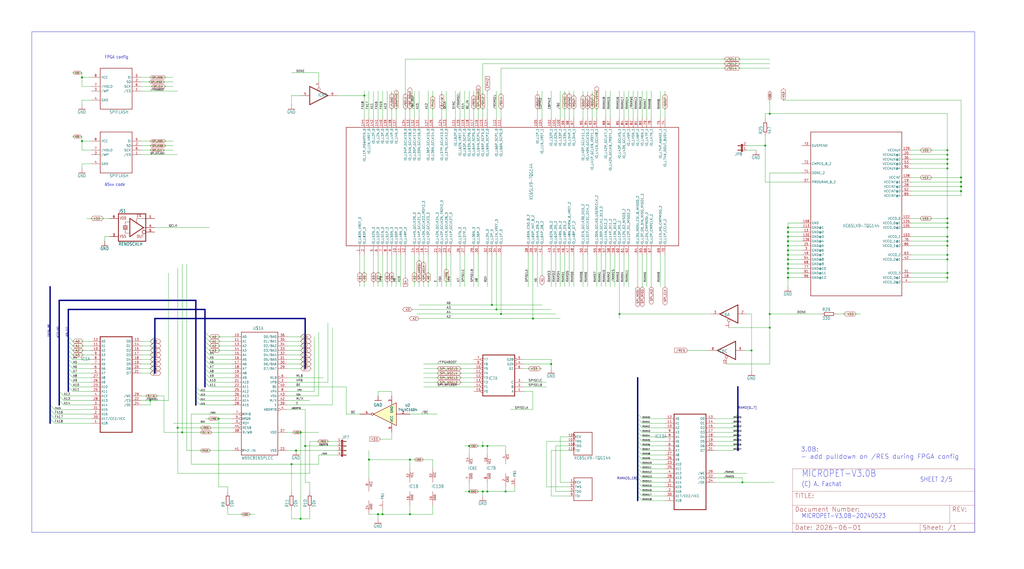
<source format=kicad_sch>
(kicad_sch (version 20231120) (generator "eeschema") (generator_version "8.0")
  (paper "User" 571.043 317.652)
  (junction (at 261.62 274.32))
  (junction (at 269.24 248.92))
  (junction (at 439.42 127))
  (junction (at 429.26 175.26))
  (junction (at 297.18 177.8))
  (junction (at 528.32 144.78))
  (junction (at 528.32 137.16))
  (junction (at 162.56 259.08))
  (junction (at 528.32 154.94))
  (junction (at 439.42 139.7))
  (junction (at 429.26 182.88))
  (junction (at 271.78 248.92))
  (junction (at 99.06 238.76))
  (junction (at 528.32 142.24))
  (junction (at 439.42 149.86))
  (junction (at 271.78 274.32))
  (junction (at 210.82 287.02))
  (junction (at 439.42 147.32))
  (junction (at 528.32 83.82))
  (junction (at 203.2 53.34))
  (junction (at 170.18 248.92))
  (junction (at 439.42 152.4))
  (junction (at 528.32 93.98))
  (junction (at 213.36 287.02))
  (junction (at 167.64 241.3))
  (junction (at 101.6 241.3))
  (junction (at 45.72 78.74))
  (junction (at 121.92 233.68))
  (junction (at 535.94 104.14))
  (junction (at 307.34 203.2))
  (junction (at 439.42 134.62))
  (junction (at 439.42 154.94))
  (junction (at 345.44 175.26))
  (junction (at 439.42 137.16))
  (junction (at 528.32 132.08))
  (junction (at 439.42 144.78))
  (junction (at 535.94 99.06))
  (junction (at 528.32 86.36))
  (junction (at 419.1 195.58))
  (junction (at 528.32 121.92))
  (junction (at 45.72 43.18))
  (junction (at 528.32 127))
  (junction (at 261.62 248.92))
  (junction (at 414.02 269.24))
  (junction (at 439.42 132.08))
  (junction (at 276.86 172.72))
  (junction (at 274.32 170.18))
  (junction (at 279.4 175.26))
  (junction (at 439.42 142.24))
  (junction (at 528.32 152.4))
  (junction (at 167.64 289.56))
  (junction (at 528.32 124.46))
  (junction (at 228.6 287.02))
  (junction (at 269.24 274.32))
  (junction (at 228.6 256.54))
  (junction (at 528.32 88.9))
  (junction (at 528.32 134.62))
  (junction (at 165.1 251.46))
  (junction (at 528.32 91.44))
  (junction (at 426.72 81.28))
  (junction (at 439.42 129.54))
  (junction (at 281.94 274.32))
  (junction (at 535.94 106.68))
  (junction (at 83.82 223.52))
  (junction (at 535.94 101.6))
  (junction (at 205.74 256.54))
  (junction (at 429.26 63.5))
  (bus_entry (at 167.64 200.66) (size 2.54 -2.54))
  (bus_entry (at 358.14 266.7) (size -2.54 -2.54))
  (bus_entry (at 111.76 226.06) (size -2.54 -2.54))
  (bus_entry (at 358.14 256.54) (size -2.54 -2.54))
  (bus_entry (at 116.84 200.66) (size -2.54 -2.54))
  (bus_entry (at 167.64 193.04) (size 2.54 -2.54))
  (bus_entry (at 116.84 193.04) (size -2.54 -2.54))
  (bus_entry (at 40.64 190.5) (size -2.54 -2.54))
  (bus_entry (at 40.64 203.2) (size -2.54 -2.54))
  (bus_entry (at 116.84 195.58) (size -2.54 -2.54))
  (bus_entry (at 35.56 220.98) (size -2.54 -2.54))
  (bus_entry (at 408.94 251.46) (size 2.54 -2.54))
  (bus_entry (at 116.84 215.9) (size -2.54 -2.54))
  (bus_entry (at 116.84 187.96) (size -2.54 -2.54))
  (bus_entry (at 167.64 205.74) (size 2.54 -2.54))
  (bus_entry (at 358.14 238.76) (size -2.54 -2.54))
  (bus_entry (at 408.94 236.22) (size 2.54 -2.54))
  (bus_entry (at 35.56 226.06) (size -2.54 -2.54))
  (bus_entry (at 358.14 236.22) (size -2.54 -2.54))
  (bus_entry (at 83.82 200.66) (size 2.54 -2.54))
  (bus_entry (at 40.64 215.9) (size -2.54 -2.54))
  (bus_entry (at 408.94 243.84) (size 2.54 -2.54))
  (bus_entry (at 40.64 200.66) (size -2.54 -2.54))
  (bus_entry (at 167.64 190.5) (size 2.54 -2.54))
  (bus_entry (at 408.94 241.3) (size 2.54 -2.54))
  (bus_entry (at 167.64 187.96) (size 2.54 -2.54))
  (bus_entry (at 116.84 190.5) (size -2.54 -2.54))
  (bus_entry (at 358.14 233.68) (size -2.54 -2.54))
  (bus_entry (at 35.56 223.52) (size -2.54 -2.54))
  (bus_entry (at 40.64 208.28) (size -2.54 -2.54))
  (bus_entry (at 167.64 195.58) (size 2.54 -2.54))
  (bus_entry (at 408.94 248.92) (size 2.54 -2.54))
  (bus_entry (at 40.64 195.58) (size -2.54 -2.54))
  (bus_entry (at 358.14 243.84) (size -2.54 -2.54))
  (bus_entry (at 111.76 220.98) (size -2.54 -2.54))
  (bus_entry (at 358.14 274.32) (size -2.54 -2.54))
  (bus_entry (at 83.82 198.12) (size 2.54 -2.54))
  (bus_entry (at 40.64 198.12) (size -2.54 -2.54))
  (bus_entry (at 358.14 269.24) (size -2.54 -2.54))
  (bus_entry (at 358.14 264.16) (size -2.54 -2.54))
  (bus_entry (at 30.48 228.6) (size -2.54 -2.54))
  (bus_entry (at 358.14 251.46) (size -2.54 -2.54))
  (bus_entry (at 111.76 223.52) (size -2.54 -2.54))
  (bus_entry (at 30.48 231.14) (size -2.54 -2.54))
  (bus_entry (at 83.82 190.5) (size 2.54 -2.54))
  (bus_entry (at 358.14 254) (size -2.54 -2.54))
  (bus_entry (at 116.84 213.36) (size -2.54 -2.54))
  (bus_entry (at 116.84 205.74) (size -2.54 -2.54))
  (bus_entry (at 358.14 261.62) (size -2.54 -2.54))
  (bus_entry (at 40.64 193.04) (size -2.54 -2.54))
  (bus_entry (at 358.14 271.78) (size -2.54 -2.54))
  (bus_entry (at 30.48 236.22) (size -2.54 -2.54))
  (bus_entry (at 358.14 241.3) (size -2.54 -2.54))
  (bus_entry (at 83.82 205.74) (size 2.54 -2.54))
  (bus_entry (at 30.48 233.68) (size -2.54 -2.54))
  (bus_entry (at 358.14 259.08) (size -2.54 -2.54))
  (bus_entry (at 111.76 218.44) (size -2.54 -2.54))
  (bus_entry (at 83.82 193.04) (size 2.54 -2.54))
  (bus_entry (at 358.14 276.86) (size -2.54 -2.54))
  (bus_entry (at 167.64 198.12) (size 2.54 -2.54))
  (bus_entry (at 358.14 279.4) (size -2.54 -2.54))
  (bus_entry (at 40.64 205.74) (size -2.54 -2.54))
  (bus_entry (at 116.84 208.28) (size -2.54 -2.54))
  (bus_entry (at 83.82 203.2) (size 2.54 -2.54))
  (bus_entry (at 40.64 213.36) (size -2.54 -2.54))
  (bus_entry (at 116.84 203.2) (size -2.54 -2.54))
  (bus_entry (at 408.94 233.68) (size 2.54 -2.54))
  (bus_entry (at 358.14 246.38) (size -2.54 -2.54))
  (bus_entry (at 83.82 208.28) (size 2.54 -2.54))
  (bus_entry (at 408.94 238.76) (size 2.54 -2.54))
  (bus_entry (at 40.64 218.44) (size -2.54 -2.54))
  (bus_entry (at 116.84 198.12) (size -2.54 -2.54))
  (bus_entry (at 116.84 210.82) (size -2.54 -2.54))
  (bus_entry (at 167.64 203.2) (size 2.54 -2.54))
  (bus_entry (at 408.94 246.38) (size 2.54 -2.54))
  (bus_entry (at 40.64 210.82) (size -2.54 -2.54))
  (bus_entry (at 83.82 195.58) (size 2.54 -2.54))
  (bus_entry (at 358.14 248.92) (size -2.54 -2.54))
  (wire (pts (xy 220.98 142.24) (xy 220.98 160.02)) (stroke (width 0.1524)))
  (bus (pts (xy 411.48 236.22) (xy 411.48 238.76)) (stroke (width 0.762)))
  (bus (pts (xy 355.6 279.4) (xy 355.6 276.86)) (stroke (width 0.762)))
  (wire (pts (xy 317.5 269.24) (xy 312.42 269.24)) (stroke (width 0.1524)))
  (wire (pts (xy 129.54 223.52) (xy 111.76 223.52)) (stroke (width 0.1524)))
  (wire (pts (xy 535.94 104.14) (xy 535.94 101.6)) (stroke (width 0.1524)))
  (wire (pts (xy 50.8 48.26) (xy 45.72 48.26)) (stroke (width 0.1524)))
  (wire (pts (xy 317.5 274.32) (xy 309.88 274.32)) (stroke (width 0.1524)))
  (wire (pts (xy 370.84 142.24) (xy 370.84 160.02)) (stroke (width 0.1524)))
  (wire (pts (xy 302.26 66.04) (xy 302.26 50.8)) (stroke (width 0.1524)))
  (wire (pts (xy 241.3 287.02) (xy 241.3 281.94)) (stroke (width 0.1524)))
  (wire (pts (xy 281.94 271.78) (xy 281.94 274.32)) (stroke (width 0.1524)))
  (wire (pts (xy 50.8 43.18) (xy 45.72 43.18)) (stroke (width 0.1524)))
  (wire (pts (xy 398.78 264.16) (xy 416.56 264.16)) (stroke (width 0.1524)))
  (bus (pts (xy 38.1 198.12) (xy 38.1 200.66)) (stroke (width 0.762)))
  (wire (pts (xy 223.52 142.24) (xy 223.52 160.02)) (stroke (width 0.1524)))
  (wire (pts (xy 238.76 66.04) (xy 238.76 50.8)) (stroke (width 0.1524)))
  (wire (pts (xy 312.42 50.8) (xy 312.42 66.04)))
  (wire (pts (xy 439.42 124.46) (xy 439.42 127)) (stroke (width 0.1524)))
  (wire (pts (xy 50.8 205.74) (xy 40.64 205.74)) (stroke (width 0.1524)))
  (wire (pts (xy 203.2 53.34) (xy 203.2 50.8)) (stroke (width 0.1524)))
  (bus (pts (xy 114.3 203.2) (xy 114.3 200.66)) (stroke (width 0.762)))
  (wire (pts (xy 317.5 66.04) (xy 317.5 50.8)) (stroke (width 0.1524)))
  (wire (pts (xy 508 137.16) (xy 528.32 137.16)) (stroke (width 0.1524)))
  (bus (pts (xy 170.18 190.5) (xy 170.18 187.96)) (stroke (width 0.762)))
  (wire (pts (xy 447.04 154.94) (xy 439.42 154.94)) (stroke (width 0.1524)))
  (wire (pts (xy 429.26 63.5) (xy 528.32 63.5)) (stroke (width 0.1524)))
  (wire (pts (xy 162.56 259.08) (xy 106.68 259.08)) (stroke (width 0.1524)))
  (polyline (pts (xy 17.78 297.18) (xy 543.56 297.18)) (stroke (width 0.1524) (type solid)))
  (wire (pts (xy 335.28 160.02) (xy 335.28 142.24)) (stroke (width 0.1524)))
  (wire (pts (xy 307.34 142.24) (xy 307.34 160.02)) (stroke (width 0.1524)))
  (bus (pts (xy 114.3 205.74) (xy 114.3 203.2)) (stroke (width 0.762)))
  (wire (pts (xy 370.84 238.76) (xy 358.14 238.76)) (stroke (width 0.1524)))
  (wire (pts (xy 60.96 121.92) (xy 48.26 121.92)) (stroke (width 0.1524)))
  (wire (pts (xy 370.84 248.92) (xy 358.14 248.92)) (stroke (width 0.1524)))
  (wire (pts (xy 317.5 142.24) (xy 317.5 160.02)) (stroke (width 0.1524)))
  (wire (pts (xy 426.72 63.5) (xy 426.72 66.04)) (stroke (width 0.1524)))
  (wire (pts (xy 264.16 208.28) (xy 236.22 208.28)) (stroke (width 0.1524)))
  (bus (pts (xy 411.48 243.84) (xy 411.48 246.38)) (stroke (width 0.762)))
  (wire (pts (xy 45.72 91.44) (xy 45.72 93.98)) (stroke (width 0.1524)))
  (wire (pts (xy 281.94 251.46) (xy 281.94 248.92)) (stroke (width 0.1524)))
  (wire (pts (xy 160.02 193.04) (xy 167.64 193.04)) (stroke (width 0.1524)))
  (wire (pts (xy 212.09 245.11) (xy 218.44 245.11)))
  (wire (pts (xy 129.54 203.2) (xy 116.84 203.2)) (stroke (width 0.1524)))
  (wire (pts (xy 279.4 175.26) (xy 309.88 175.26)) (stroke (width 0.1524)))
  (bus (pts (xy 114.3 172.72) (xy 38.1 172.72)) (stroke (width 0.762)))
  (wire (pts (xy 436.88 55.88) (xy 436.88 50.8)) (stroke (width 0.1524)))
  (wire (pts (xy 215.9 66.04) (xy 215.9 50.8)) (stroke (width 0.1524)))
  (bus (pts (xy 38.1 208.28) (xy 38.1 210.82)) (stroke (width 0.762)))
  (wire (pts (xy 299.72 142.24) (xy 299.72 160.02)) (stroke (width 0.1524)))
  (wire (pts (xy 292.1 218.44) (xy 297.18 218.44)) (stroke (width 0.1524)))
  (wire (pts (xy 261.62 274.32) (xy 269.24 274.32)) (stroke (width 0.1524)))
  (wire (pts (xy 165.1 251.46) (xy 187.96 251.46)) (stroke (width 0.1524)))
  (wire (pts (xy 429.26 35.56) (xy 269.24 35.56)) (stroke (width 0.1524)))
  (wire (pts (xy 398.78 241.3) (xy 408.94 241.3)) (stroke (width 0.1524)))
  (wire (pts (xy 218.44 66.04) (xy 218.44 50.8)) (stroke (width 0.1524)))
  (wire (pts (xy 127 287.02) (xy 142.24 287.02)) (stroke (width 0.1524)))
  (wire (pts (xy 218.44 142.24) (xy 218.44 160.02)) (stroke (width 0.1524)))
  (bus (pts (xy 33.02 218.44) (xy 33.02 220.98)) (stroke (width 0.762)))
  (wire (pts (xy 269.24 248.92) (xy 269.24 246.38)) (stroke (width 0.1524)))
  (wire (pts (xy 325.12 142.24) (xy 325.12 160.02)) (stroke (width 0.1524)))
  (wire (pts (xy 528.32 83.82) (xy 528.32 86.36)) (stroke (width 0.1524)))
  (wire (pts (xy 50.8 218.44) (xy 40.64 218.44)) (stroke (width 0.1524)))
  (bus (pts (xy 86.36 177.8) (xy 86.36 187.96)) (stroke (width 0.762)))
  (wire (pts (xy 429.26 203.2) (xy 429.26 182.88)))
  (wire (pts (xy 45.72 78.74) (xy 45.72 76.2)) (stroke (width 0.1524)))
  (wire (pts (xy 50.8 236.22) (xy 30.48 236.22)) (stroke (width 0.1524)))
  (wire (pts (xy 266.7 142.24) (xy 266.7 160.02)) (stroke (width 0.1524)))
  (wire (pts (xy 347.98 66.04) (xy 347.98 50.8)) (stroke (width 0.1524)))
  (wire (pts (xy 50.8 203.2) (xy 40.64 203.2)) (stroke (width 0.1524)))
  (wire (pts (xy 177.8 220.98) (xy 177.8 185.42)) (stroke (width 0.1524)))
  (wire (pts (xy 203.2 66.04) (xy 203.2 53.34)) (stroke (width 0.1524)))
  (wire (pts (xy 508 101.6) (xy 535.94 101.6)) (stroke (width 0.1524)))
  (wire (pts (xy 58.42 132.08) (xy 58.42 134.62)) (stroke (width 0.1524)))
  (bus (pts (xy 33.02 167.64) (xy 33.02 218.44)) (stroke (width 0.762)))
  (wire (pts (xy 312.42 243.84) (xy 317.5 243.84)) (stroke (width 0.1524)))
  (wire (pts (xy 508 152.4) (xy 528.32 152.4)) (stroke (width 0.1524)))
  (wire (pts (xy 208.28 66.04) (xy 208.28 50.8)) (stroke (width 0.1524)))
  (wire (pts (xy 45.72 55.88) (xy 45.72 58.42)) (stroke (width 0.1524)))
  (wire (pts (xy 264.16 213.36) (xy 236.22 213.36)) (stroke (width 0.1524)))
  (wire (pts (xy 50.8 231.14) (xy 30.48 231.14)) (stroke (width 0.1524)))
  (wire (pts (xy 302.26 142.24) (xy 302.26 153.67)))
  (wire (pts (xy 160.02 215.9) (xy 193.04 215.9)))
  (bus (pts (xy 355.6 233.68) (xy 355.6 231.14)) (stroke (width 0.762)))
  (wire (pts (xy 528.32 144.78) (xy 528.32 152.4)) (stroke (width 0.1524)))
  (wire (pts (xy 99.06 264.16) (xy 172.72 264.16)) (stroke (width 0.1524)))
  (wire (pts (xy 129.54 198.12) (xy 116.84 198.12)) (stroke (width 0.1524)))
  (wire (pts (xy 447.04 134.62) (xy 439.42 134.62)) (stroke (width 0.1524)))
  (wire (pts (xy 398.78 246.38) (xy 408.94 246.38)) (stroke (width 0.1524)))
  (wire (pts (xy 297.18 142.24) (xy 297.18 177.8)))
  (wire (pts (xy 528.32 124.46) (xy 528.32 127)) (stroke (width 0.1524)))
  (wire (pts (xy 104.14 251.46) (xy 104.14 147.32)) (stroke (width 0.1524)))
  (bus (pts (xy 355.6 231.14) (xy 355.6 210.82)) (stroke (width 0.762)))
  (wire (pts (xy 78.74 83.82) (xy 96.52 83.82)) (stroke (width 0.1524)))
  (wire (pts (xy 259.08 66.04) (xy 259.08 50.8)) (stroke (width 0.1524)))
  (wire (pts (xy 332.74 142.24) (xy 332.74 160.02)) (stroke (width 0.1524)))
  (wire (pts (xy 337.82 142.24) (xy 337.82 160.02)) (stroke (width 0.1524)))
  (wire (pts (xy 327.66 66.04) (xy 327.66 50.8)) (stroke (width 0.1524)))
  (wire (pts (xy 528.32 142.24) (xy 528.32 144.78)) (stroke (width 0.1524)))
  (wire (pts (xy 177.8 254) (xy 177.8 259.08)) (stroke (width 0.1524)))
  (wire (pts (xy 528.32 93.98) (xy 528.32 121.92)) (stroke (width 0.1524)))
  (bus (pts (xy 38.1 213.36) (xy 38.1 215.9)) (stroke (width 0.762)))
  (wire (pts (xy 292.1 215.9) (xy 304.8 215.9)) (stroke (width 0.1524)))
  (wire (pts (xy 170.18 248.92) (xy 187.96 248.92)) (stroke (width 0.1524)))
  (wire (pts (xy 266.7 66.04) (xy 266.7 50.8)) (stroke (width 0.1524)))
  (bus (pts (xy 109.22 215.9) (xy 109.22 167.64)) (stroke (width 0.762)))
  (wire (pts (xy 269.24 35.56) (xy 269.24 66.04)) (stroke (width 0.1524)))
  (wire (pts (xy 129.54 213.36) (xy 116.84 213.36)) (stroke (width 0.1524)))
  (wire (pts (xy 368.3 66.04) (xy 368.3 50.8)) (stroke (width 0.1524)))
  (wire (pts (xy 307.34 203.2) (xy 307.34 205.74)) (stroke (width 0.1524)))
  (bus (pts (xy 114.3 187.96) (xy 114.3 185.42)) (stroke (width 0.762)))
  (bus (pts (xy 114.3 210.82) (xy 114.3 208.28)) (stroke (width 0.762)))
  (bus (pts (xy 355.6 256.54) (xy 355.6 254)) (stroke (width 0.762)))
  (wire (pts (xy 508 109.22) (xy 535.94 109.22)) (stroke (width 0.1524)))
  (wire (pts (xy 370.84 276.86) (xy 358.14 276.86)) (stroke (width 0.1524)))
  (wire (pts (xy 304.8 271.78) (xy 304.8 246.38)) (stroke (width 0.1524)))
  (wire (pts (xy 259.08 142.24) (xy 259.08 160.02)) (stroke (width 0.1524)))
  (wire (pts (xy 50.8 195.58) (xy 40.64 195.58)) (stroke (width 0.1524)))
  (wire (pts (xy 370.84 274.32) (xy 358.14 274.32)) (stroke (width 0.1524)))
  (wire (pts (xy 233.68 66.04) (xy 233.68 50.8)) (stroke (width 0.1524)))
  (wire (pts (xy 370.84 269.24) (xy 358.14 269.24)) (stroke (width 0.1524)))
  (wire (pts (xy 299.72 66.04) (xy 299.72 50.8)) (stroke (width 0.1524)))
  (wire (pts (xy 345.44 142.24) (xy 345.44 175.26)) (stroke (width 0.1524)))
  (wire (pts (xy 203.2 142.24) (xy 203.2 160.02)) (stroke (width 0.1524)))
  (wire (pts (xy 127 271.78) (xy 121.92 271.78)) (stroke (width 0.1524)))
  (wire (pts (xy 127 274.32) (xy 127 271.78)) (stroke (width 0.1524)))
  (wire (pts (xy 271.78 269.24) (xy 271.78 274.32)) (stroke (width 0.1524)))
  (wire (pts (xy 167.64 289.56) (xy 172.72 289.56)) (stroke (width 0.1524)))
  (wire (pts (xy 508 124.46) (xy 528.32 124.46)) (stroke (width 0.1524)))
  (wire (pts (xy 340.36 66.04) (xy 340.36 50.8)) (stroke (width 0.1524)))
  (wire (pts (xy 45.72 48.26) (xy 45.72 43.18)) (stroke (width 0.1524)))
  (wire (pts (xy 210.82 142.24) (xy 210.82 160.02)) (stroke (width 0.1524)))
  (wire (pts (xy 129.54 241.3) (xy 101.6 241.3)) (stroke (width 0.1524)))
  (wire (pts (xy 429.26 96.52) (xy 429.26 175.26)) (stroke (width 0.1524)))
  (wire (pts (xy 167.64 241.3) (xy 167.64 289.56)) (stroke (width 0.1524)))
  (wire (pts (xy 78.74 226.06) (xy 83.82 226.06)) (stroke (width 0.1524)))
  (wire (pts (xy 276.86 142.24) (xy 276.86 172.72)))
  (wire (pts (xy 439.42 144.78) (xy 439.42 147.32)) (stroke (width 0.1524)))
  (wire (pts (xy 279.4 142.24) (xy 279.4 175.26)))
  (wire (pts (xy 50.8 200.66) (xy 40.64 200.66)) (stroke (width 0.1524)))
  (bus (pts (xy 355.6 261.62) (xy 355.6 259.08)) (stroke (width 0.762)))
  (wire (pts (xy 193.04 231.14) (xy 200.66 231.14)))
  (wire (pts (xy 50.8 223.52) (xy 35.56 223.52)) (stroke (width 0.1524)))
  (bus (pts (xy 355.6 266.7) (xy 355.6 264.16)) (stroke (width 0.762)))
  (bus (pts (xy 411.48 241.3) (xy 411.48 243.84)) (stroke (width 0.762)))
  (wire (pts (xy 360.68 142.24) (xy 360.68 160.02)) (stroke (width 0.1524)))
  (bus (pts (xy 114.3 215.9) (xy 114.3 213.36)) (stroke (width 0.762)))
  (wire (pts (xy 370.84 233.68) (xy 358.14 233.68)) (stroke (width 0.1524)))
  (wire (pts (xy 78.74 200.66) (xy 83.82 200.66)) (stroke (width 0.1524)))
  (bus (pts (xy 114.3 195.58) (xy 114.3 193.04)) (stroke (width 0.762)))
  (wire (pts (xy 439.42 147.32) (xy 439.42 149.86)) (stroke (width 0.1524)))
  (wire (pts (xy 370.84 256.54) (xy 358.14 256.54)) (stroke (width 0.1524)))
  (wire (pts (xy 508 104.14) (xy 535.94 104.14)) (stroke (width 0.1524)))
  (wire (pts (xy 508 88.9) (xy 528.32 88.9)) (stroke (width 0.1524)))
  (bus (pts (xy 411.48 248.92) (xy 411.48 251.46)) (stroke (width 0.762)))
  (wire (pts (xy 236.22 142.24) (xy 236.22 160.02)) (stroke (width 0.1524)))
  (wire (pts (xy 429.26 175.26) (xy 457.2 175.26)) (stroke (width 0.1524)))
  (wire (pts (xy 187.96 254) (xy 177.8 254)) (stroke (width 0.1524)))
  (bus (pts (xy 355.6 243.84) (xy 355.6 241.3)) (stroke (width 0.762)))
  (wire (pts (xy 208.28 142.24) (xy 208.28 160.02)) (stroke (width 0.1524)))
  (bus (pts (xy 38.1 172.72) (xy 38.1 187.96)) (stroke (width 0.762)))
  (wire (pts (xy 398.78 243.84) (xy 408.94 243.84)) (stroke (width 0.1524)))
  (wire (pts (xy 342.9 142.24) (xy 342.9 160.02)) (stroke (width 0.1524)))
  (bus (pts (xy 114.3 200.66) (xy 114.3 198.12)) (stroke (width 0.762)))
  (bus (pts (xy 170.18 177.8) (xy 86.36 177.8)) (stroke (width 0.762)))
  (wire (pts (xy 78.74 203.2) (xy 83.82 203.2)) (stroke (width 0.1524)))
  (wire (pts (xy 528.32 86.36) (xy 528.32 88.9)) (stroke (width 0.1524)))
  (wire (pts (xy 93.98 223.52) (xy 93.98 152.4)) (stroke (width 0.1524)))
  (wire (pts (xy 358.14 66.04) (xy 358.14 50.8)) (stroke (width 0.1524)))
  (wire (pts (xy 447.04 129.54) (xy 439.42 129.54)) (stroke (width 0.1524)))
  (wire (pts (xy 317.5 276.86) (xy 307.34 276.86)) (stroke (width 0.1524)))
  (wire (pts (xy 314.96 142.24) (xy 314.96 160.02)))
  (bus (pts (xy 170.18 193.04) (xy 170.18 190.5)) (stroke (width 0.762)))
  (wire (pts (xy 185.42 226.06) (xy 185.42 182.88)) (stroke (width 0.1524)))
  (wire (pts (xy 210.82 287.02) (xy 210.82 289.56)) (stroke (width 0.1524)))
  (wire (pts (xy 172.72 269.24) (xy 170.18 269.24)) (stroke (width 0.1524)))
  (wire (pts (xy 78.74 195.58) (xy 83.82 195.58)) (stroke (width 0.1524)))
  (wire (pts (xy 528.32 152.4) (xy 528.32 154.94)) (stroke (width 0.1524)))
  (wire (pts (xy 226.06 142.24) (xy 226.06 154.94)))
  (wire (pts (xy 256.54 66.04) (xy 256.54 50.8)) (stroke (width 0.1524)))
  (wire (pts (xy 320.04 66.04) (xy 320.04 50.8)) (stroke (width 0.1524)))
  (wire (pts (xy 528.32 63.5) (xy 528.32 83.82)) (stroke (width 0.1524)))
  (wire (pts (xy 340.36 142.24) (xy 340.36 160.02)) (stroke (width 0.1524)))
  (wire (pts (xy 264.16 66.04) (xy 264.16 50.8)) (stroke (width 0.1524)))
  (wire (pts (xy 50.8 190.5) (xy 40.64 190.5)) (stroke (width 0.1524)))
  (wire (pts (xy 172.72 246.38) (xy 172.72 264.16)) (stroke (width 0.1524)))
  (bus (pts (xy 27.94 233.68) (xy 27.94 231.14)) (stroke (width 0.762)))
  (wire (pts (xy 467.36 175.26) (xy 480.06 175.26)) (stroke (width 0.1524)))
  (wire (pts (xy 345.44 66.04) (xy 345.44 50.8)) (stroke (width 0.1524)))
  (wire (pts (xy 129.54 208.28) (xy 116.84 208.28)) (stroke (width 0.1524)))
  (wire (pts (xy 358.14 142.24) (xy 358.14 160.02)) (stroke (width 0.1524)))
  (wire (pts (xy 297.18 228.6) (xy 284.48 228.6)) (stroke (width 0.1524)))
  (wire (pts (xy 254 66.04) (xy 254 50.8)) (stroke (width 0.1524)))
  (wire (pts (xy 175.26 218.44) (xy 175.26 187.96)) (stroke (width 0.1524)))
  (wire (pts (xy 447.04 137.16) (xy 439.42 137.16)) (stroke (width 0.1524)))
  (bus (pts (xy 38.1 210.82) (xy 38.1 213.36)) (stroke (width 0.762)))
  (wire (pts (xy 170.18 269.24) (xy 170.18 248.92)) (stroke (width 0.1524)))
  (wire (pts (xy 415.29 195.58) (xy 419.1 195.58)))
  (wire (pts (xy 45.72 43.18) (xy 45.72 40.64)) (stroke (width 0.1524)))
  (wire (pts (xy 129.54 238.76) (xy 99.06 238.76)) (stroke (width 0.1524)))
  (wire (pts (xy 528.32 134.62) (xy 528.32 137.16)) (stroke (width 0.1524)))
  (wire (pts (xy 360.68 66.04) (xy 360.68 50.8)) (stroke (width 0.1524)))
  (bus (pts (xy 38.1 205.74) (xy 38.1 208.28)) (stroke (width 0.762)))
  (wire (pts (xy 370.84 243.84) (xy 358.14 243.84)) (stroke (width 0.1524)))
  (wire (pts (xy 281.94 248.92) (xy 271.78 248.92)) (stroke (width 0.1524)))
  (wire (pts (xy 78.74 193.04) (xy 83.82 193.04)) (stroke (width 0.1524)))
  (wire (pts (xy 193.04 215.9) (xy 193.04 231.14)))
  (wire (pts (xy 246.38 66.04) (xy 246.38 50.8)) (stroke (width 0.1524)))
  (wire (pts (xy 353.06 66.04) (xy 353.06 50.8)) (stroke (width 0.1524)))
  (wire (pts (xy 276.86 172.72) (xy 229.87 172.72)) (stroke (width 0.1524)))
  (wire (pts (xy 167.64 53.34) (xy 162.56 53.34)) (stroke (width 0.1524)))
  (wire (pts (xy 398.78 238.76) (xy 408.94 238.76)) (stroke (width 0.1524)))
  (bus (pts (xy 38.1 193.04) (xy 38.1 195.58)) (stroke (width 0.762)))
  (wire (pts (xy 160.02 213.36) (xy 182.88 213.36)) (stroke (width 0.1524)))
  (bus (pts (xy 109.22 226.06) (xy 109.22 223.52)) (stroke (width 0.762)))
  (wire (pts (xy 535.94 99.06) (xy 535.94 55.88)) (stroke (width 0.1524)))
  (bus (pts (xy 114.3 190.5) (xy 114.3 187.96)) (stroke (width 0.762)))
  (bus (pts (xy 170.18 198.12) (xy 170.18 195.58)) (stroke (width 0.762)))
  (bus (pts (xy 38.1 190.5) (xy 38.1 193.04)) (stroke (width 0.762)))
  (wire (pts (xy 426.72 101.6) (xy 447.04 101.6)) (stroke (width 0.1524)))
  (wire (pts (xy 439.42 134.62) (xy 439.42 137.16)) (stroke (width 0.1524)))
  (bus (pts (xy 114.3 213.36) (xy 114.3 210.82)) (stroke (width 0.762)))
  (bus (pts (xy 170.18 185.42) (xy 170.18 177.8)) (stroke (width 0.762)))
  (wire (pts (xy 160.02 205.74) (xy 167.64 205.74)) (stroke (width 0.1524)))
  (wire (pts (xy 508 132.08) (xy 528.32 132.08)) (stroke (width 0.1524)))
  (wire (pts (xy 50.8 220.98) (xy 35.56 220.98)) (stroke (width 0.1524)))
  (wire (pts (xy 271.78 274.32) (xy 281.94 274.32)) (stroke (width 0.1524)))
  (wire (pts (xy 508 127) (xy 528.32 127)) (stroke (width 0.1524)))
  (wire (pts (xy 535.94 106.68) (xy 535.94 104.14)) (stroke (width 0.1524)))
  (bus (pts (xy 355.6 251.46) (xy 355.6 248.92)) (stroke (width 0.762)))
  (wire (pts (xy 172.72 289.56) (xy 172.72 284.48)) (stroke (width 0.1524)))
  (wire (pts (xy 160.02 228.6) (xy 170.18 228.6)) (stroke (width 0.1524)))
  (wire (pts (xy 264.16 205.74) (xy 236.22 205.74)) (stroke (width 0.1524)))
  (bus (pts (xy 355.6 241.3) (xy 355.6 238.76)) (stroke (width 0.762)))
  (wire (pts (xy 398.78 233.68) (xy 408.94 233.68)) (stroke (width 0.1524)))
  (wire (pts (xy 528.32 91.44) (xy 528.32 93.98)) (stroke (width 0.1524)))
  (wire (pts (xy 213.36 66.04) (xy 213.36 50.8)) (stroke (width 0.1524)))
  (wire (pts (xy 292.1 203.2) (xy 307.34 203.2)) (stroke (width 0.1524)))
  (wire (pts (xy 307.34 251.46) (xy 317.5 251.46)) (stroke (width 0.1524)))
  (wire (pts (xy 167.64 241.3) (xy 177.8 241.3)) (stroke (width 0.1524)))
  (wire (pts (xy 129.54 195.58) (xy 116.84 195.58)) (stroke (width 0.1524)))
  (wire (pts (xy 78.74 43.18) (xy 96.52 43.18)) (stroke (width 0.1524)))
  (wire (pts (xy 396.24 175.26) (xy 345.44 175.26)) (stroke (width 0.1524)))
  (wire (pts (xy 271.78 142.24) (xy 271.78 160.02)) (stroke (width 0.1524)))
  (wire (pts (xy 78.74 205.74) (xy 83.82 205.74)) (stroke (width 0.1524)))
  (wire (pts (xy 447.04 127) (xy 439.42 127)) (stroke (width 0.1524)))
  (wire (pts (xy 325.12 66.04) (xy 325.12 50.8)) (stroke (width 0.1524)))
  (bus (pts (xy 170.18 203.2) (xy 170.18 200.66)) (stroke (width 0.762)))
  (wire (pts (xy 228.6 287.02) (xy 241.3 287.02)) (stroke (width 0.1524)))
  (wire (pts (xy 210.82 220.98) (xy 210.82 218.44)))
  (wire (pts (xy 304.8 246.38) (xy 317.5 246.38)) (stroke (width 0.1524)))
  (bus (pts (xy 355.6 238.76) (xy 355.6 236.22)) (stroke (width 0.762)))
  (wire (pts (xy 429.26 38.1) (xy 279.4 38.1)) (stroke (width 0.1524)))
  (wire (pts (xy 439.42 154.94) (xy 439.42 160.02)) (stroke (width 0.1524)))
  (bus (pts (xy 38.1 200.66) (xy 38.1 203.2)) (stroke (width 0.762)))
  (bus (pts (xy 170.18 187.96) (xy 170.18 185.42)) (stroke (width 0.762)))
  (wire (pts (xy 129.54 233.68) (xy 121.92 233.68)) (stroke (width 0.1524)))
  (wire (pts (xy 271.78 248.92) (xy 269.24 248.92)) (stroke (width 0.1524)))
  (wire (pts (xy 129.54 226.06) (xy 111.76 226.06)) (stroke (width 0.1524)))
  (wire (pts (xy 248.92 142.24) (xy 248.92 160.02)) (stroke (width 0.1524)))
  (wire (pts (xy 312.42 269.24) (xy 312.42 243.84)) (stroke (width 0.1524)))
  (wire (pts (xy 256.54 142.24) (xy 256.54 160.02)) (stroke (width 0.1524)))
  (wire (pts (xy 129.54 251.46) (xy 104.14 251.46)) (stroke (width 0.1524)))
  (polyline (pts (xy 17.78 17.78) (xy 17.78 297.18)) (stroke (width 0.1524) (type solid)))
  (wire (pts (xy 332.74 66.04) (xy 332.74 50.8)) (stroke (width 0.1524)))
  (wire (pts (xy 429.26 182.88) (xy 406.4 182.88)) (stroke (width 0.1524)))
  (wire (pts (xy 231.14 66.04) (xy 231.14 50.8)) (stroke (width 0.1524)))
  (wire (pts (xy 309.88 248.92) (xy 317.5 248.92)) (stroke (width 0.1524)))
  (wire (pts (xy 160.02 218.44) (xy 175.26 218.44)) (stroke (width 0.1524)))
  (bus (pts (xy 411.48 238.76) (xy 411.48 241.3)) (stroke (width 0.762)))
  (wire (pts (xy 508 134.62) (xy 528.32 134.62)) (stroke (width 0.1524)))
  (wire (pts (xy 129.54 210.82) (xy 116.84 210.82)) (stroke (width 0.1524)))
  (wire (pts (xy 60.96 132.08) (xy 58.42 132.08)) (stroke (width 0.1524)))
  (wire (pts (xy 210.82 66.04) (xy 210.82 50.8)) (stroke (width 0.1524)))
  (wire (pts (xy 269.24 274.32) (xy 269.24 276.86)) (stroke (width 0.1524)))
  (wire (pts (xy 426.72 81.28) (xy 426.72 76.2)) (stroke (width 0.1524)))
  (bus (pts (xy 86.36 203.2) (xy 86.36 205.74)) (stroke (width 0.762)))
  (wire (pts (xy 50.8 198.12) (xy 40.64 198.12)) (stroke (width 0.1524)))
  (wire (pts (xy 121.92 233.68) (xy 114.3 233.68)) (stroke (width 0.1524)))
  (wire (pts (xy 243.84 142.24) (xy 243.84 160.02)) (stroke (width 0.1524)))
  (wire (pts (xy 535.94 101.6) (xy 535.94 99.06)) (stroke (width 0.1524)))
  (wire (pts (xy 320.04 142.24) (xy 320.04 160.02)) (stroke (width 0.1524)))
  (wire (pts (xy 508 142.24) (xy 528.32 142.24)) (stroke (width 0.1524)))
  (wire (pts (xy 50.8 91.44) (xy 45.72 91.44)) (stroke (width 0.1524)))
  (bus (pts (xy 114.3 193.04) (xy 114.3 190.5)) (stroke (width 0.762)))
  (wire (pts (xy 78.74 190.5) (xy 83.82 190.5)) (stroke (width 0.1524)))
  (wire (pts (xy 78.74 208.28) (xy 83.82 208.28)) (stroke (width 0.1524)))
  (bus (pts (xy 27.94 226.06) (xy 27.94 160.02)) (stroke (width 0.762)))
  (bus (pts (xy 109.22 167.64) (xy 33.02 167.64)) (stroke (width 0.762)))
  (wire (pts (xy 78.74 86.36) (xy 99.06 86.36)) (stroke (width 0.1524)))
  (wire (pts (xy 264.16 215.9) (xy 236.22 215.9)) (stroke (width 0.1524)))
  (wire (pts (xy 370.84 271.78) (xy 358.14 271.78)) (stroke (width 0.1524)))
  (wire (pts (xy 213.36 287.02) (xy 228.6 287.02)) (stroke (width 0.1524)))
  (wire (pts (xy 248.92 66.04) (xy 248.92 50.8)) (stroke (width 0.1524)))
  (wire (pts (xy 228.6 231.14) (xy 243.84 231.14)))
  (wire (pts (xy 292.1 200.66) (xy 307.34 200.66)) (stroke (width 0.1524)))
  (wire (pts (xy 50.8 226.06) (xy 35.56 226.06)) (stroke (width 0.1524)))
  (wire (pts (xy 535.94 55.88) (xy 436.88 55.88)) (stroke (width 0.1524)))
  (wire (pts (xy 162.56 274.32) (xy 162.56 259.08)) (stroke (width 0.1524)))
  (bus (pts (xy 38.1 203.2) (xy 38.1 205.74)) (stroke (width 0.762)))
  (wire (pts (xy 121.92 271.78) (xy 121.92 233.68)) (stroke (width 0.1524)))
  (wire (pts (xy 213.36 284.48) (xy 213.36 287.02)) (stroke (width 0.1524)))
  (wire (pts (xy 215.9 142.24) (xy 215.9 160.02)) (stroke (width 0.1524)))
  (wire (pts (xy 363.22 142.24) (xy 363.22 160.02)) (stroke (width 0.1524)))
  (bus (pts (xy 86.36 198.12) (xy 86.36 200.66)) (stroke (width 0.762)))
  (wire (pts (xy 246.38 142.24) (xy 246.38 160.02)) (stroke (width 0.1524)))
  (wire (pts (xy 508 121.92) (xy 528.32 121.92)) (stroke (width 0.1524)))
  (wire (pts (xy 508 93.98) (xy 528.32 93.98)) (stroke (width 0.1524)))
  (wire (pts (xy 447.04 132.08) (xy 439.42 132.08)) (stroke (width 0.1524)))
  (wire (pts (xy 106.68 231.14) (xy 129.54 231.14)) (stroke (width 0.1524)))
  (wire (pts (xy 314.96 66.04) (xy 314.96 50.8)) (stroke (width 0.1524)))
  (wire (pts (xy 129.54 218.44) (xy 111.76 218.44)) (stroke (width 0.1524)))
  (wire (pts (xy 233.68 170.18) (xy 274.32 170.18)) (stroke (width 0.1524)))
  (wire (pts (xy 177.8 45.72) (xy 177.8 40.64)) (stroke (width 0.1524)))
  (wire (pts (xy 398.78 236.22) (xy 408.94 236.22)) (stroke (width 0.1524)))
  (wire (pts (xy 355.6 66.04) (xy 355.6 50.8)) (stroke (width 0.1524)))
  (wire (pts (xy 241.3 66.04) (xy 241.3 50.8)) (stroke (width 0.1524)))
  (bus (pts (xy 33.02 223.52) (xy 33.02 226.06)) (stroke (width 0.762)))
  (bus (pts (xy 355.6 271.78) (xy 355.6 269.24)) (stroke (width 0.762)))
  (wire (pts (xy 307.34 200.66) (xy 307.34 203.2)) (stroke (width 0.1524)))
  (wire (pts (xy 177.8 40.64) (xy 162.56 40.64)) (stroke (width 0.1524)))
  (wire (pts (xy 232.41 175.26) (xy 279.4 175.26)) (stroke (width 0.1524)))
  (wire (pts (xy 370.84 236.22) (xy 358.14 236.22)) (stroke (width 0.1524)))
  (wire (pts (xy 398.78 269.24) (xy 414.02 269.24)) (stroke (width 0.1524)))
  (wire (pts (xy 307.34 276.86) (xy 307.34 251.46)) (stroke (width 0.1524)))
  (bus (pts (xy 109.22 220.98) (xy 109.22 218.44)) (stroke (width 0.762)))
  (wire (pts (xy 447.04 152.4) (xy 439.42 152.4)) (stroke (width 0.1524)))
  (wire (pts (xy 508 144.78) (xy 528.32 144.78)) (stroke (width 0.1524)))
  (wire (pts (xy 274.32 170.18) (xy 302.26 170.18)) (stroke (width 0.1524)))
  (wire (pts (xy 429.26 63.5) (xy 429.26 50.8)) (stroke (width 0.1524)))
  (bus (pts (xy 170.18 205.74) (xy 170.18 203.2)) (stroke (width 0.762)))
  (bus (pts (xy 86.36 193.04) (xy 86.36 195.58)) (stroke (width 0.762)))
  (wire (pts (xy 419.1 195.58) (xy 419.1 207.01)) (stroke (width 0.1524)))
  (wire (pts (xy 50.8 193.04) (xy 40.64 193.04)) (stroke (width 0.1524)))
  (wire (pts (xy 160.02 190.5) (xy 167.64 190.5)) (stroke (width 0.1524)))
  (wire (pts (xy 347.98 142.24) (xy 347.98 160.02)) (stroke (width 0.1524)))
  (wire (pts (xy 129.54 236.22) (xy 96.52 236.22)) (stroke (width 0.1524)))
  (wire (pts (xy 439.42 129.54) (xy 439.42 132.08)) (stroke (width 0.1524)))
  (wire (pts (xy 317.5 271.78) (xy 304.8 271.78)) (stroke (width 0.1524)))
  (wire (pts (xy 50.8 55.88) (xy 45.72 55.88)) (stroke (width 0.1524)))
  (wire (pts (xy 160.02 226.06) (xy 185.42 226.06)) (stroke (width 0.1524)))
  (wire (pts (xy 50.8 233.68) (xy 30.48 233.68)) (stroke (width 0.1524)))
  (bus (pts (xy 355.6 269.24) (xy 355.6 266.7)) (stroke (width 0.762)))
  (wire (pts (xy 50.8 228.6) (xy 30.48 228.6)) (stroke (width 0.1524)))
  (wire (pts (xy 447.04 139.7) (xy 439.42 139.7)) (stroke (width 0.1524)))
  (wire (pts (xy 170.18 228.6) (xy 170.18 248.92)) (stroke (width 0.1524)))
  (bus (pts (xy 355.6 274.32) (xy 355.6 271.78)) (stroke (width 0.762)))
  (wire (pts (xy 129.54 200.66) (xy 116.84 200.66)) (stroke (width 0.1524)))
  (wire (pts (xy 160.02 220.98) (xy 177.8 220.98)) (stroke (width 0.1524)))
  (wire (pts (xy 370.84 251.46) (xy 358.14 251.46)) (stroke (width 0.1524)))
  (wire (pts (xy 182.88 213.36) (xy 182.88 180.34)) (stroke (width 0.1524)))
  (wire (pts (xy 220.98 66.04) (xy 220.98 50.8)) (stroke (width 0.1524)))
  (bus (pts (xy 355.6 254) (xy 355.6 251.46)) (stroke (width 0.762)))
  (wire (pts (xy 528.32 154.94) (xy 528.32 157.48)) (stroke (width 0.1524)))
  (wire (pts (xy 78.74 220.98) (xy 91.44 220.98)) (stroke (width 0.1524)))
  (wire (pts (xy 218.44 218.44) (xy 218.44 220.98)))
  (wire (pts (xy 99.06 238.76) (xy 99.06 264.16)) (stroke (width 0.1524)))
  (wire (pts (xy 370.84 246.38) (xy 358.14 246.38)) (stroke (width 0.1524)))
  (wire (pts (xy 309.88 274.32) (xy 309.88 248.92)) (stroke (width 0.1524)))
  (bus (pts (xy 411.48 246.38) (xy 411.48 248.92)) (stroke (width 0.762)))
  (wire (pts (xy 210.82 218.44) (xy 218.44 218.44)))
  (wire (pts (xy 292.1 205.74) (xy 302.26 205.74)) (stroke (width 0.1524)))
  (wire (pts (xy 355.6 142.24) (xy 355.6 160.02)) (stroke (width 0.1524)))
  (wire (pts (xy 350.52 66.04) (xy 350.52 50.8)) (stroke (width 0.1524)))
  (wire (pts (xy 78.74 50.8) (xy 99.06 50.8)) (stroke (width 0.1524)))
  (wire (pts (xy 370.84 254) (xy 358.14 254)) (stroke (width 0.1524)))
  (wire (pts (xy 281.94 274.32) (xy 287.02 274.32)) (stroke (width 0.1524)))
  (wire (pts (xy 297.18 218.44) (xy 297.18 228.6)) (stroke (width 0.1524)))
  (wire (pts (xy 528.32 127) (xy 528.32 132.08)) (stroke (width 0.1524)))
  (bus (pts (xy 114.3 185.42) (xy 114.3 172.72)) (stroke (width 0.762)))
  (wire (pts (xy 205.74 66.04) (xy 205.74 50.8)) (stroke (width 0.1524)))
  (wire (pts (xy 368.3 142.24) (xy 368.3 160.02)) (stroke (width 0.1524)))
  (wire (pts (xy 508 106.68) (xy 535.94 106.68)) (stroke (width 0.1524)))
  (wire (pts (xy 129.54 220.98) (xy 111.76 220.98)) (stroke (width 0.1524)))
  (wire (pts (xy 91.44 220.98) (xy 91.44 241.3)) (stroke (width 0.1524)))
  (wire (pts (xy 129.54 205.74) (xy 116.84 205.74)) (stroke (width 0.1524)))
  (wire (pts (xy 271.78 66.04) (xy 271.78 50.8)) (stroke (width 0.1524)))
  (bus (pts (xy 27.94 231.14) (xy 27.94 228.6)) (stroke (width 0.762)))
  (wire (pts (xy 261.62 248.92) (xy 259.08 248.92)) (stroke (width 0.1524)))
  (bus (pts (xy 38.1 215.9) (xy 38.1 218.44)) (stroke (width 0.762)))
  (wire (pts (xy 269.24 274.32) (xy 271.78 274.32)) (stroke (width 0.1524)))
  (wire (pts (xy 439.42 149.86) (xy 439.42 152.4)) (stroke (width 0.1524)))
  (bus (pts (xy 109.22 218.44) (xy 109.22 215.9)) (stroke (width 0.762)))
  (wire (pts (xy 508 154.94) (xy 528.32 154.94)) (stroke (width 0.1524)))
  (wire (pts (xy 447.04 147.32) (xy 439.42 147.32)) (stroke (width 0.1524)))
  (wire (pts (xy 439.42 152.4) (xy 439.42 154.94)) (stroke (width 0.1524)))
  (wire (pts (xy 205.74 256.54) (xy 205.74 251.46)) (stroke (width 0.1524)))
  (wire (pts (xy 307.34 66.04) (xy 307.34 50.8)) (stroke (width 0.1524)))
  (wire (pts (xy 233.68 142.24) (xy 233.68 160.02)) (stroke (width 0.1524)))
  (wire (pts (xy 187.96 53.34) (xy 203.2 53.34)) (stroke (width 0.1524)))
  (bus (pts (xy 27.94 228.6) (xy 27.94 226.06)) (stroke (width 0.762)))
  (wire (pts (xy 50.8 213.36) (xy 40.64 213.36)) (stroke (width 0.1524)))
  (polyline (pts (xy 543.56 297.18) (xy 543.56 17.78)) (stroke (width 0.1524) (type solid)))
  (wire (pts (xy 162.56 284.48) (xy 162.56 289.56)) (stroke (width 0.1524)))
  (wire (pts (xy 426.72 81.28) (xy 426.72 101.6)) (stroke (width 0.1524)))
  (wire (pts (xy 238.76 142.24) (xy 238.76 160.02)) (stroke (width 0.1524)))
  (bus (pts (xy 38.1 187.96) (xy 38.1 190.5)) (stroke (width 0.762)))
  (wire (pts (xy 330.2 66.04) (xy 330.2 50.8)) (stroke (width 0.1524)))
  (wire (pts (xy 86.36 127) (xy 116.84 127)) (stroke (width 0.1524)))
  (wire (pts (xy 160.02 187.96) (xy 167.64 187.96)) (stroke (width 0.1524)))
  (wire (pts (xy 99.06 238.76) (xy 99.06 149.86)) (stroke (width 0.1524)))
  (wire (pts (xy 416.56 83.82) (xy 421.64 83.82)) (stroke (width 0.1524)))
  (wire (pts (xy 345.44 175.26) (xy 345.44 177.8)) (stroke (width 0.1524)))
  (bus (pts (xy 86.36 200.66) (xy 86.36 203.2)) (stroke (width 0.762)))
  (wire (pts (xy 187.96 246.38) (xy 172.72 246.38)) (stroke (width 0.1524)))
  (bus (pts (xy 86.36 190.5) (xy 86.36 193.04)) (stroke (width 0.762)))
  (wire (pts (xy 383.54 195.58) (xy 394.97 195.58)))
  (wire (pts (xy 363.22 66.04) (xy 363.22 50.8)) (stroke (width 0.1524)))
  (wire (pts (xy 264.16 210.82) (xy 236.22 210.82)) (stroke (width 0.1524)))
  (wire (pts (xy 83.82 226.06) (xy 83.82 223.52)) (stroke (width 0.1524)))
  (wire (pts (xy 419.1 175.26) (xy 419.1 195.58)) (stroke (width 0.1524)))
  (wire (pts (xy 447.04 149.86) (xy 439.42 149.86)) (stroke (width 0.1524)))
  (wire (pts (xy 370.84 264.16) (xy 358.14 264.16)) (stroke (width 0.1524)))
  (wire (pts (xy 231.14 142.24) (xy 231.14 160.02)) (stroke (width 0.1524)))
  (bus (pts (xy 38.1 195.58) (xy 38.1 198.12)) (stroke (width 0.762)))
  (bus (pts (xy 355.6 236.22) (xy 355.6 233.68)) (stroke (width 0.762)))
  (wire (pts (xy 259.08 274.32) (xy 261.62 274.32)) (stroke (width 0.1524)))
  (bus (pts (xy 114.3 198.12) (xy 114.3 195.58)) (stroke (width 0.762)))
  (wire (pts (xy 287.02 271.78) (xy 287.02 274.32)) (stroke (width 0.1524)))
  (wire (pts (xy 261.62 254) (xy 261.62 248.92)) (stroke (width 0.1524)))
  (wire (pts (xy 78.74 78.74) (xy 96.52 78.74)) (stroke (width 0.1524)))
  (wire (pts (xy 370.84 66.04) (xy 370.84 50.8)) (stroke (width 0.1524)))
  (wire (pts (xy 228.6 66.04) (xy 228.6 50.8)) (stroke (width 0.1524)))
  (bus (pts (xy 170.18 200.66) (xy 170.18 198.12)) (stroke (width 0.762)))
  (wire (pts (xy 160.02 251.46) (xy 165.1 251.46)) (stroke (width 0.1524)))
  (wire (pts (xy 45.72 40.64) (xy 40.64 40.64)) (stroke (width 0.1524)))
  (bus (pts (xy 86.36 187.96) (xy 86.36 190.5)) (stroke (width 0.762)))
  (bus (pts (xy 170.18 195.58) (xy 170.18 193.04)) (stroke (width 0.762)))
  (wire (pts (xy 264.16 142.24) (xy 264.16 160.02)) (stroke (width 0.1524)))
  (wire (pts (xy 429.26 175.26) (xy 429.26 182.88)) (stroke (width 0.1524)))
  (wire (pts (xy 177.8 259.08) (xy 162.56 259.08)) (stroke (width 0.1524)))
  (wire (pts (xy 439.42 137.16) (xy 439.42 139.7)) (stroke (width 0.1524)))
  (wire (pts (xy 414.02 266.7) (xy 414.02 269.24)) (stroke (width 0.1524)))
  (wire (pts (xy 370.84 266.7) (xy 358.14 266.7)) (stroke (width 0.1524)))
  (wire (pts (xy 50.8 215.9) (xy 40.64 215.9)) (stroke (width 0.1524)))
  (wire (pts (xy 307.34 172.72) (xy 276.86 172.72)) (stroke (width 0.1524)))
  (bus (pts (xy 355.6 248.92) (xy 355.6 246.38)) (stroke (width 0.762)))
  (polyline (pts (xy 543.56 17.78) (xy 17.78 17.78)) (stroke (width 0.1524) (type solid)))
  (bus (pts (xy 86.36 195.58) (xy 86.36 198.12)) (stroke (width 0.762)))
  (bus (pts (xy 411.48 233.68) (xy 411.48 236.22)) (stroke (width 0.762)))
  (wire (pts (xy 439.42 142.24) (xy 439.42 144.78)) (stroke (width 0.1524)))
  (bus (pts (xy 355.6 246.38) (xy 355.6 243.84)) (stroke (width 0.762)))
  (wire (pts (xy 127 284.48) (xy 127 287.02)) (stroke (width 0.1524)))
  (wire (pts (xy 78.74 48.26) (xy 96.52 48.26)) (stroke (width 0.1524)))
  (wire (pts (xy 350.52 142.24) (xy 350.52 160.02)) (stroke (width 0.1524)))
  (wire (pts (xy 96.52 81.28) (xy 78.74 81.28)) (stroke (width 0.1524)))
  (wire (pts (xy 528.32 137.16) (xy 528.32 142.24)) (stroke (width 0.1524)))
  (wire (pts (xy 447.04 96.52) (xy 429.26 96.52)) (stroke (width 0.1524)))
  (wire (pts (xy 162.56 53.34) (xy 162.56 58.42)) (stroke (width 0.1524)))
  (wire (pts (xy 429.26 33.02) (xy 226.06 33.02)) (stroke (width 0.1524)))
  (wire (pts (xy 228.6 261.62) (xy 228.6 256.54)) (stroke (width 0.1524)))
  (wire (pts (xy 398.78 248.92) (xy 408.94 248.92)) (stroke (width 0.1524)))
  (wire (pts (xy 370.84 279.4) (xy 358.14 279.4)) (stroke (width 0.1524)))
  (wire (pts (xy 337.82 66.04) (xy 337.82 50.8)) (stroke (width 0.1524)))
  (wire (pts (xy 96.52 45.72) (xy 78.74 45.72)) (stroke (width 0.1524)))
  (wire (pts (xy 162.56 289.56) (xy 167.64 289.56)) (stroke (width 0.1524)))
  (wire (pts (xy 416.56 81.28) (xy 426.72 81.28)) (stroke (width 0.1524)))
  (wire (pts (xy 508 91.44) (xy 528.32 91.44)) (stroke (width 0.1524)))
  (wire (pts (xy 271.78 254) (xy 271.78 248.92)) (stroke (width 0.1524)))
  (bus (pts (xy 27.94 236.22) (xy 27.94 233.68)) (stroke (width 0.762)))
  (bus (pts (xy 86.36 205.74) (xy 86.36 208.28)) (stroke (width 0.762)))
  (wire (pts (xy 160.02 200.66) (xy 167.64 200.66)) (stroke (width 0.1524)))
  (wire (pts (xy 528.32 132.08) (xy 528.32 134.62)) (stroke (width 0.1524)))
  (bus (pts (xy 355.6 276.86) (xy 355.6 274.32)) (stroke (width 0.762)))
  (wire (pts (xy 309.88 142.24) (xy 309.88 160.02)) (stroke (width 0.1524)))
  (wire (pts (xy 405.13 203.2) (xy 429.26 203.2)))
  (wire (pts (xy 261.62 269.24) (xy 261.62 274.32)) (stroke (width 0.1524)))
  (wire (pts (xy 172.72 274.32) (xy 172.72 269.24)) (stroke (width 0.1524)))
  (wire (pts (xy 370.84 261.62) (xy 358.14 261.62)) (stroke (width 0.1524)))
  (wire (pts (xy 528.32 88.9) (xy 528.32 91.44)) (stroke (width 0.1524)))
  (wire (pts (xy 416.56 175.26) (xy 419.1 175.26)) (stroke (width 0.1524)))
  (wire (pts (xy 535.94 109.22) (xy 535.94 106.68)) (stroke (width 0.1524)))
  (wire (pts (xy 129.54 190.5) (xy 116.84 190.5)) (stroke (width 0.1524)))
  (wire (pts (xy 160.02 198.12) (xy 167.64 198.12)) (stroke (width 0.1524)))
  (wire (pts (xy 241.3 256.54) (xy 241.3 261.62)) (stroke (width 0.1524)))
  (bus (pts (xy 411.48 215.9) (xy 411.48 231.14)) (stroke (width 0.762)))
  (wire (pts (xy 447.04 144.78) (xy 439.42 144.78)) (stroke (width 0.1524)))
  (wire (pts (xy 101.6 241.3) (xy 101.6 147.32)) (stroke (width 0.1524)))
  (wire (pts (xy 213.36 287.02) (xy 210.82 287.02)) (stroke (width 0.1524)))
  (wire (pts (xy 439.42 127) (xy 439.42 129.54)) (stroke (width 0.1524)))
  (wire (pts (xy 528.32 121.92) (xy 528.32 124.46)) (stroke (width 0.1524)))
  (wire (pts (xy 508 99.06) (xy 535.94 99.06)) (stroke (width 0.1524)))
  (wire (pts (xy 508 86.36) (xy 528.32 86.36)) (stroke (width 0.1524)))
  (wire (pts (xy 508 83.82) (xy 528.32 83.82)) (stroke (width 0.1524)))
  (wire (pts (xy 83.82 223.52) (xy 93.98 223.52)) (stroke (width 0.1524)))
  (wire (pts (xy 274.32 142.24) (xy 274.32 170.18)))
  (wire (pts (xy 269.24 248.92) (xy 261.62 248.92)) (stroke (width 0.1524)))
  (wire (pts (xy 50.8 83.82) (xy 45.72 83.82)) (stroke (width 0.1524)))
  (wire (pts (xy 160.02 241.3) (xy 167.64 241.3)) (stroke (width 0.1524)))
  (bus (pts (xy 355.6 264.16) (xy 355.6 261.62)) (stroke (width 0.762)))
  (wire (pts (xy 327.66 142.24) (xy 327.66 160.02)) (stroke (width 0.1524)))
  (wire (pts (xy 233.68 177.8) (xy 297.18 177.8)) (stroke (width 0.1524)))
  (wire (pts (xy 226.06 33.02) (xy 226.06 66.04)) (stroke (width 0.1524)))
  (wire (pts (xy 276.86 66.04) (xy 276.86 50.8)) (stroke (width 0.1524)))
  (wire (pts (xy 294.64 142.24) (xy 294.64 160.02)) (stroke (width 0.1524)))
  (wire (pts (xy 218.44 241.3) (xy 218.44 245.11)))
  (bus (pts (xy 355.6 259.08) (xy 355.6 256.54)) (stroke (width 0.762)))
  (wire (pts (xy 228.6 256.54) (xy 241.3 256.54)) (stroke (width 0.1524)))
  (wire (pts (xy 205.74 287.02) (xy 210.82 287.02)) (stroke (width 0.1524)))
  (wire (pts (xy 129.54 187.96) (xy 116.84 187.96)) (stroke (width 0.1524)))
  (wire (pts (xy 439.42 139.7) (xy 439.42 142.24)) (stroke (width 0.1524)))
  (wire (pts (xy 431.8 269.24) (xy 414.02 269.24)) (stroke (width 0.1524)))
  (wire (pts (xy 160.02 223.52) (xy 172.72 223.52)) (stroke (width 0.1524)))
  (wire (pts (xy 292.1 213.36) (xy 304.8 213.36)) (stroke (width 0.1524)))
  (wire (pts (xy 213.36 142.24) (xy 213.36 160.02)) (stroke (width 0.1524)))
  (wire (pts (xy 160.02 203.2) (xy 167.64 203.2)) (stroke (width 0.1524)))
  (wire (pts (xy 370.84 259.08) (xy 358.14 259.08)) (stroke (width 0.1524)))
  (wire (pts (xy 228.6 281.94) (xy 228.6 287.02)) (stroke (width 0.1524)))
  (wire (pts (xy 50.8 208.28) (xy 40.64 208.28)) (stroke (width 0.1524)))
  (wire (pts (xy 160.02 195.58) (xy 167.64 195.58)) (stroke (width 0.1524)))
  (wire (pts (xy 91.44 241.3) (xy 101.6 241.3)) (stroke (width 0.1524)))
  (wire (pts (xy 264.16 203.2) (xy 236.22 203.2)) (stroke (width 0.1524)))
  (wire (pts (xy 205.74 266.7) (xy 205.74 256.54)) (stroke (width 0.1524)))
  (wire (pts (xy 447.04 124.46) (xy 439.42 124.46)) (stroke (width 0.1524)))
  (wire (pts (xy 370.84 241.3) (xy 358.14 241.3)) (stroke (width 0.1524)))
  (bus (pts (xy 411.48 231.14) (xy 411.48 233.68)) (stroke (width 0.762)))
  (bus (pts (xy 109.22 223.52) (xy 109.22 220.98)) (stroke (width 0.762)))
  (wire (pts (xy 429.26 63.5) (xy 426.72 63.5)) (stroke (width 0.1524)))
  (wire (pts (xy 129.54 215.9) (xy 116.84 215.9)) (stroke (width 0.1524)))
  (wire (pts (xy 45.72 76.2) (xy 40.64 76.2)) (stroke (width 0.1524)))
  (wire (pts (xy 297.18 177.8) (xy 312.42 177.8)) (stroke (width 0.1524)))
  (wire (pts (xy 398.78 251.46) (xy 408.94 251.46)) (stroke (width 0.1524)))
  (wire (pts (xy 279.4 38.1) (xy 279.4 66.04)) (stroke (width 0.1524)))
  (wire (pts (xy 312.42 142.24) (xy 312.42 160.02)) (stroke (width 0.1524)))
  (wire (pts (xy 78.74 198.12) (xy 83.82 198.12)) (stroke (width 0.1524)))
  (bus (pts (xy 33.02 220.98) (xy 33.02 223.52)) (stroke (width 0.762)))
  (wire (pts (xy 439.42 132.08) (xy 439.42 134.62)) (stroke (width 0.1524)))
  (wire (pts (xy 50.8 78.74) (xy 45.72 78.74)) (stroke (width 0.1524)))
  (bus (pts (xy 114.3 208.28) (xy 114.3 205.74)) (stroke (width 0.762)))
  (wire (pts (xy 129.54 193.04) (xy 116.84 193.04)) (stroke (width 0.1524)))
  (wire (pts (xy 50.8 210.82) (xy 40.64 210.82)) (stroke (width 0.1524)))
  (wire (pts (xy 205.74 256.54) (xy 228.6 256.54)) (stroke (width 0.1524)))
  (wire (pts (xy 251.46 142.24) (xy 251.46 160.02)) (stroke (width 0.1524)))
  (wire (pts (xy 106.68 259.08) (xy 106.68 231.14)) (stroke (width 0.1524)))
  (wire (pts (xy 398.78 266.7) (xy 414.02 266.7)) (stroke (width 0.1524)))
  (wire (pts (xy 200.66 142.24) (xy 200.66 160.02)) (stroke (width 0.1524)))
  (wire (pts (xy 83.82 223.52) (xy 78.74 223.52)) (stroke (width 0.1524)))
  (wire (pts (xy 528.32 157.48) (xy 508 157.48)) (stroke (width 0.1524)))
  (wire (pts (xy 261.62 66.04) (xy 261.62 50.8)) (stroke (width 0.1524)))
  (wire (pts (xy 447.04 142.24) (xy 439.42 142.24)) (stroke (width 0.1524)))
  (wire (pts (xy 45.72 83.82) (xy 45.72 78.74)) (stroke (width 0.1524)))
  (wire (pts (xy 160.02 210.82) (xy 180.34 210.82)) (stroke (width 0.1524)))
  (text "(C) A. Fachat" (at 447.04 271.78 0) (effects (font (size 2.54 2.159)) (justify left bottom)))
  (text "SHEET 2/5" (at 513.08 269.24 0) (effects (font (size 2.54 2.159)) (justify left bottom)))
  (text "MICROPET-V3.0B" (at 447.04 266.7 0) (effects (font (size 3.81 3.2385)) (justify left bottom)))
  (text "MICROPET-V3.0B-20240523" (at 447.04 289.56 0) (effects (font (size 2.54 2.159)) (justify left bottom)))
  (text "FPGA config" (at 58.42 33.02 0) (effects (font (size 1.6764 1.4249)) (justify left bottom)))
  (text "3.0B:\n- add pulldown on /RES during FPGA config" (at 446.532 252.984 0) (effects (font (size 2.54 2.54)) (justify left)))
  (text "65xx code" (at 58.42 104.14 0) (effects (font (size 1.6764 1.4249)) (justify left bottom)))
  (label "BE_IN" (at 261.62 60.96 90) (effects (font (size 1.1735 1.1735))))
  (label "A13" (at 111.76 220.98 0) (effects (font (size 0.889 0.889))))
  (label "RAMA0" (at 358.14 233.68 0) (effects (font (size 0.889 0.889))))
  (label "RAMA14" (at 350.52 60.96 90) (effects (font (size 1.1735 1.1735))))
  (label "RAMA0" (at 327.66 157.48 90) (effects (font (size 1.1735 1.1735))))
  (label "RAMA12" (at 358.14 264.16 0) (effects (font (size 0.889 0.889))))
  (label "RAMD7" (at 332.74 157.48 90) (effects (font (size 1.1735 1.1735))))
  (label "/FRAMSEL" (at 256.54 60.96 90) (effects (font (size 1.1735 1.1735))))
  (label "RAMA12" (at 355.6 60.96 90) (effects (font (size 1.1735 1.1735))))
  (label "RAMA11" (at 358.14 261.62 0) (effects (font (size 0.889 0.889))))
  (label "SPISELA" (at 294.64 157.48 90) (effects (font (size 1.1735 1.1735))))
  (label "RAMA6" (at 368.3 60.96 90) (effects (font (size 1.1735 1.1735))))
  (label "/FRAMSEL" (at 81.28 223.52 0) (effects (font (size 0.889 0.889))))
  (label "A8" (at 40.64 210.82 0) (effects (font (size 1.2446 1.2446))))
  (label "RAMA[0..18]" (at 355.6 267.97 180))
  (label "RAMA8" (at 363.22 60.96 90) (effects (font (size 1.1735 1.1735))))
  (label "RAMD2" (at 408.94 238.76 0) (effects (font (size 0.889 0.889))))
  (label "RDY" (at 271.78 157.48 90) (effects (font (size 1.1735 1.1735))))
  (label "RAMA16" (at 345.44 60.96 90) (effects (font (size 1.1735 1.1735))))
  (label "A5" (at 299.72 157.48 90) (effects (font (size 1.1735 1.1735))))
  (label "VPA" (at 251.46 157.48 90) (effects (font (size 1.1735 1.1735))))
  (label "A[0..11]" (at 38.1 187.96 90) (effects (font (size 0.889 0.889))))
  (label "RAMA2" (at 358.14 238.76 0) (effects (font (size 0.889 0.889))))
  (label "A11" (at 208.28 60.96 90) (effects (font (size 1.1735 1.1735))))
  (label "RAMA15" (at 340.36 60.96 90) (effects (font (size 1.1735 1.1735))))
  (label "A13" (at 35.56 223.52 0) (effects (font (size 1.2446 1.2446))))
  (label "RAMA5" (at 358.14 246.38 0) (effects (font (size 0.889 0.889))))
  (label "A7" (at 116.84 205.74 0) (effects (font (size 1.2446 1.2446))))
  (label "SPISELB" (at 294.64 215.9 0) (effects (font (size 1.2446 1.2446))))
  (label "A6" (at 40.64 205.74 0) (effects (font (size 1.2446 1.2446))))
  (label "RAMA18" (at 337.82 60.96 90) (effects (font (size 1.1735 1.1735))))
  (label "RAMD0" (at 408.94 233.68 0) (effects (font (size 0.889 0.889))))
  (label "SYNC" (at 254 60.96 90) (effects (font (size 1.1735 1.1735))))
  (label "A2" (at 248.92 177.8 0))
  (label "A14" (at 259.08 60.96 90) (effects (font (size 1.1735 1.1735))))
  (label "RAMA7" (at 358.14 251.46 0) (effects (font (size 0.889 0.889))))
  (label "RAMA18" (at 358.14 279.4 0) (effects (font (size 0.889 0.889))))
  (label "A14" (at 111.76 223.52 0) (effects (font (size 0.889 0.889))))
  (label "FA17" (at 205.74 60.96 90) (effects (font (size 1.1735 1.1735))))
  (label "QCLK" (at 248.92 60.96 90) (effects (font (size 1.1735 1.1735))))
  (label "ABORTB" (at 177.8 248.92 0) (effects (font (size 0.889 0.889))))
  (label "VDA" (at 246.38 157.48 90) (effects (font (size 1.1735 1.1735))))
  (label "{slash}FPGABOOT" (at 243.84 203.2 0) (effects (font (size 1.2446 1.2446))))
  (label "A5" (at 116.84 200.66 0) (effects (font (size 1.2446 1.2446))))
  (label "RAMA1" (at 358.14 236.22 0) (effects (font (size 0.889 0.889))))
  (label "RAMA1" (at 335.28 157.48 90) (effects (font (size 1.1735 1.1735))))
  (label "A12" (at 111.76 218.44 0) (effects (font (size 0.889 0.889))))
  (label "RAMA9" (at 368.3 157.48 90) (effects (font (size 1.1735 1.1735))))
  (label "RAMA14" (at 358.14 269.24 0) (effects (font (size 0.889 0.889))))
  (label "FA16" (at 30.48 231.14 0) (effects (font (size 1.2446 1.2446))))
  (label "A9" (at 116.84 210.82 0) (effects (font (size 1.2446 1.2446))))
  (label "A14" (at 35.56 226.06 0) (effects (font (size 1.2446 1.2446))))
  (label "C2PHI2" (at 302.26 60.96 90) (effects (font (size 1.1735 1.1735))))
  (label "A10" (at 223.52 157.48 90) (effects (font (size 1.1735 1.1735))))
  (label "C8PHI2" (at 307.34 60.96 90) (effects (font (size 1.1735 1.1735))))
  (label "RAMA8" (at 358.14 254 0) (effects (font (size 0.889 0.889))))
  (label "A15" (at 233.68 60.96 90) (effects (font (size 1.1735 1.1735))))
  (label "DONE" (at 165.1 40.64 0) (effects (font (size 1.1735 1.1735))))
  (label "QCLK" (at 93.98 127 0) (effects (font (size 1.2446 1.2446))))
  (label "RAMA17" (at 358.14 276.86 0) (effects (font (size 0.889 0.889))))
  (label "FA17" (at 30.48 233.68 0) (effects (font (size 1.2446 1.2446))))
  (label "VPA" (at 165.735 218.44 0) (effects (font (size 0.889 0.889))))
  (label "SPISELB" (at 264.16 157.48 90) (effects (font (size 1.1735 1.1735))))
  (label "RAMA16" (at 358.14 274.32 0) (effects (font (size 0.889 0.889))))
  (label "FA15" (at 213.36 60.96 90) (effects (font (size 1.1735 1.1735))))
  (label "RAMD6" (at 325.12 157.48 90) (effects (font (size 1.1735 1.1735))))
  (label "RAMD1" (at 408.94 236.22 0) (effects (font (size 0.889 0.889))))
  (label "A4" (at 248.92 175.26 0))
  (label "RAMD2" (at 309.88 157.48 90))
  (label "SPI_NFLASH" (at 83.82 86.36 0) (effects (font (size 0.889 0.889))))
  (label "A13" (at 215.9 60.96 90) (effects (font (size 1.1735 1.1735))))
  (label "{slash}BE" (at 234.95 231.14 0))
  (label "ABORTB" (at 162.56 228.6 0) (effects (font (size 0.889 0.889))))
  (label "SPISELC" (at 294.64 213.36 0) (effects (font (size 1.2446 1.2446))))
  (label "/NMI" (at 116.84 231.14 0) (effects (font (size 0.889 0.889))))
  (label "A10" (at 40.64 215.9 0) (effects (font (size 1.2446 1.2446))))
  (label "FA15" (at 30.48 228.6 0) (effects (font (size 0.889 0.889))))
  (label "RAMD6" (at 408.94 248.92 0) (effects (font (size 0.889 0.889))))
  (label "A9" (at 220.98 157.48 90) (effects (font (size 1.1735 1.1735))))
  (label "SPISELC" (at 259.08 157.48 90) (effects (font (size 1.1735 1.1735))))
  (label "RAMA6" (at 358.14 248.92 0) (effects (font (size 0.889 0.889))))
  (label "E" (at 165.1 226.06 0) (effects (font (size 1.2446 1.2446))))
  (label "RAMA4" (at 347.98 157.48 90) (effects (font (size 1.1735 1.1735))))
  (label "/FPGABOOT" (at 83.82 50.8 0) (effects (font (size 0.889 0.889))))
  (label "FA16" (at 210.82 60.96 90) (effects (font (size 1.1735 1.1735))))
  (label "VPB" (at 165.1 213.36 0) (effects (font (size 1.2446 1.2446))))
  (label "/RAMWE" (at 403.86 264.16 0) (effects (font (size 0.889 0.889))))
  (label "A7" (at 40.64 208.28 0) (effects (font (size 1.2446 1.2446))))
  (label "VDA" (at 165.1 220.98 0) (effects (font (size 0.889 0.889))))
  (label "RAMA3" (at 345.44 157.48 90) (effects (font (size 1.1735 1.1735))))
  (label "/NMI" (at 179.07 254 0) (effects (font (size 0.889 0.889))))
  (label "RAMA4" (at 358.14 243.84 0) (effects (font (size 0.889 0.889))))
  (label "RAMA9" (at 358.14 256.54 0) (effects (font (size 0.889 0.889))))
  (label "A5" (at 40.64 203.2 0) (effects (font (size 1.2446 1.2446))))
  (label "A11" (at 40.64 218.44 0) (effects (font (size 1.2446 1.2446))))
  (label "RAMD4" (at 312.42 157.48 90))
  (label "FA18" (at 30.48 236.22 0) (effects (font (size 1.2446 1.2446))))
  (label "M/X" (at 165.1 223.52 0) (effects (font (size 1.2446 1.2446))))
  (label "BE" (at 165.1 215.9 0))
  (label "DONE" (at 449.58 175.26 180) (effects (font (size 1.2446 1.2446))))
  (label "RAMD[0..7]" (at 411.48 228.6 0))
  (label "FA[15..18]" (at 27.94 187.96 90) (effects (font (size 0.889 0.889))))
  (label "MLB" (at 165.1 210.82 0) (effects (font (size 1.2446 1.2446))))
  (label "RAMA17" (at 347.98 60.96 90) (effects (font (size 1.1735 1.1735))))
  (label "RAMD7" (at 408.94 251.46 0) (effects (font (size 0.889 0.889))))
  (label "RAMD5" (at 408.94 246.38 0) (effects (font (size 0.889 0.889))))
  (label "RAMD1" (at 314.96 157.48 90) (effects (font (size 1.1735 1.1735))))
  (label "SPI_NFLASH" (at 243.84 215.9 0) (effects (font (size 1.2446 1.2446))))
  (label "A9" (at 40.64 213.36 0) (effects (font (size 1.2446 1.2446))))
  (label "A7" (at 256.54 157.48 90) (effects (font (size 1.1735 1.1735))))
  (label "FA18" (at 203.2 60.96 90) (effects (font (size 1.1735 1.1735))))
  (label "RAMA13" (at 358.14 60.96 90) (effects (font (size 1.1735 1.1735))))
  (label "A8" (at 266.7 157.48 90) (effects (font (size 1.1735 1.1735))))
  (label "RAMA15" (at 358.14 271.78 0) (effects (font (size 0.889 0.889))))
  (label "/RAMCS" (at 342.9 157.48 90) (effects (font (size 1.1735 1.1735))))
  (label "RAMD3" (at 408.94 241.3 0) (effects (font (size 0.889 0.889))))
  (label "A6" (at 116.84 203.2 0) (effects (font (size 1.2446 1.2446))))
  (label "A12" (at 238.76 60.96 90) (effects (font (size 1.1735 1.1735))))
  (label "BE" (at 195.58 231.14 0))
  (label "A4" (at 116.84 198.12 0) (effects (font (size 1.2446 1.2446))))
  (label "RAMA3" (at 358.14 241.3 0) (effects (font (size 0.889 0.889))))
  (label "RAMA10" (at 358.14 259.08 0) (effects (font (size 0.889 0.889))))
  (label "RAMA10" (at 337.82 157.48 90) (effects (font (size 1.1735 1.1735))))
  (label "A11" (at 116.84 215.9 0) (effects (font (size 1.2446 1.2446))))
  (label "A12" (at 35.56 220.98 0) (effects (font (size 1.2446 1.2446))))
  (label "E" (at 243.84 157.48 90) (effects (font (size 1.1735 1.1735))))
  (label "A4" (at 40.64 200.66 0) (effects (font (size 1.2446 1.2446))))
  (label "A15" (at 111.76 226.06 0) (effects (font (size 0.889 0.889))))
  (label "/RAMCS" (at 403.86 266.7 0) (effects (font (size 0.889 0.889))))
  (label "SPISELA" (at 287.02 228.6 0) (effects (font (size 1.2446 1.2446))))
  (label "RAMA2" (at 340.36 157.48 90) (effects (font (size 1.1735 1.1735))))
  (label "A10" (at 116.84 213.36 0) (effects (font (size 1.2446 1.2446))))
  (label "VPB" (at 213.36 157.48 90) (effects (font (size 1.1735 1.1735))))
  (label "RAMA7" (at 360.68 60.96 90) (effects (font (size 1.1735 1.1735))))
  (label "RAMD3" (at 307.34 157.48 90))
  (label "RAMD5" (at 317.5 157.48 90))
  (label "A6" (at 248.92 170.18 0))
  (label "/BE_OUT" (at 231.14 60.96 90) (effects (font (size 1.1735 1.1735))))
  (label "RAMA11" (at 350.52 157.48 90) (effects (font (size 1.1735 1.1735))))
  (label "RAMA13" (at 358.14 266.7 0) (effects (font (size 0.889 0.889))))
  (label "RDY" (at 111.76 236.22 0) (effects (font (size 0.889 0.889))))
  (label "{slash}BE" (at 312.42 60.96 90))
  (label "RAMA5" (at 360.68 157.48 90) (effects (font (size 1.1735 1.1735))))
  (label "/RAMWE" (at 353.06 60.96 90) (effects (font (size 1.1735 1.1735))))
  (label "RAMD4" (at 408.94 243.84 0) (effects (font (size 0.889 0.889))))
  (label "A8" (at 116.84 208.28 0) (effects (font (size 1.2446 1.2446))))
  (label "A3" (at 248.92 172.72 0))
  (label "A[12..15]" (at 33.02 188.595 90) (effects (font (size 0.889 0.889))))
  (label "RAMD0" (at 320.04 157.48 90) (effects (font (size 1.1735 1.1735))))
  (label "/MEMSEL" (at 276.86 60.96 90) (effects (font (size 1.1735 1.1735))))
  (global_label "D2" (shape bidirectional) (at 83.82 195.58 0) (effects (font (size 1.2446 1.2446))) (property "Intersheetrefs" "${INTERSHEET_REFS}" (effects (hide yes))))
  (global_label "A2" (shape bidirectional) (at 116.84 193.04 0) (effects (font (size 1.2446 1.2446))) (property "Intersheetrefs" "${INTERSHEET_REFS}" (effects (hide yes))))
  (global_label "/BE_DOUT" (shape bidirectional) (at 228.6 60.96 90) (effects (font (size 1.1735 1.1735))) (property "Intersheetrefs" "${INTERSHEET_REFS}" (effects (hide yes))))
  (global_label "/SEL1" (shape bidirectional) (at 403.86 33.02 0) (effects (font (size 1.1735 1.1735))) (property "Intersheetrefs" "${INTERSHEET_REFS}" (effects (hide yes))))
  (global_label "V33" (shape bidirectional) (at 429.26 55.88 90) (effects (font (size 0.889 0.889))) (property "Intersheetrefs" "${INTERSHEET_REFS}" (effects (hide yes))))
  (global_label "SPI_ACLK" (shape bidirectional) (at 236.22 157.48 90) (effects (font (size 1.1735 1.1735))) (property "Intersheetrefs" "${INTERSHEET_REFS}" (effects (hide yes))))
  (global_label "D7" (shape bidirectional) (at 210.82 157.48 90) (effects (font (size 1.1735 1.1735))) (property "Intersheetrefs" "${INTERSHEET_REFS}" (effects (hide yes))))
  (global_label "D6" (shape bidirectional) (at 167.64 203.2 0) (effects (font (size 1.2446 1.2446))) (property "Intersheetrefs" "${INTERSHEET_REFS}" (effects (hide yes))))
  (global_label "D4" (shape input) (at 226.06 154.94 270) (property "Intersheetrefs" "${INTERSHEET_REFS}" (effects (hide yes))))
  (global_label "SPI_CLK" (shape bidirectional) (at 370.84 160.02 270) (effects (font (size 1.1735 1.1735))) (property "Intersheetrefs" "${INTERSHEET_REFS}" (effects (hide yes))))
  (global_label "/SEL2" (shape bidirectional) (at 403.86 35.56 0) (effects (font (size 1.1735 1.1735))) (property "Intersheetrefs" "${INTERSHEET_REFS}" (effects (hide yes))))
  (global_label "PHI2" (shape bidirectional) (at 111.76 251.46 0) (effects (font (size 0.889 0.889))) (property "Intersheetrefs" "${INTERSHEET_REFS}" (effects (hide yes))))
  (global_label "SPI_NSEL3" (shape bidirectional) (at 243.84 210.82 0) (effects (font (size 1.2446 1.2446))) (property "Intersheetrefs" "${INTERSHEET_REFS}" (effects (hide yes))))
  (global_label "R/-W" (shape bidirectional) (at 81.28 220.98 0) (effects (font (size 0.889 0.889))) (property "Intersheetrefs" "${INTERSHEET_REFS}" (effects (hide yes))))
  (global_label "R/-W" (shape bidirectional) (at 111.76 241.3 0) (effects (font (size 0.889 0.889))) (property "Intersheetrefs" "${INTERSHEET_REFS}" (effects (hide yes))))
  (global_label "R/-W" (shape bidirectional) (at 246.38 60.96 90) (effects (font (size 1.1735 1.1735))) (property "Intersheetrefs" "${INTERSHEET_REFS}" (effects (hide yes))))
  (global_label "D1" (shape bidirectional) (at 167.64 190.5 0) (effects (font (size 1.2446 1.2446))) (property "Intersheetrefs" "${INTERSHEET_REFS}" (effects (hide yes))))
  (global_label "SPI_CLK" (shape bidirectional) (at 84.455 48.26 0) (effects (font (size 0.889 0.889))) (property "Intersheetrefs" "${INTERSHEET_REFS}" (effects (hide yes))))
  (global_label "/RES" (shape bidirectional) (at 111.76 238.76 0) (effects (font (size 0.889 0.889))) (property "Intersheetrefs" "${INTERSHEET_REFS}" (effects (hide yes))))
  (global_label "V33" (shape bidirectional) (at 40.64 40.64 0) (effects (font (size 0.889 0.889))) (property "Intersheetrefs" "${INTERSHEET_REFS}" (effects (hide yes))))
  (global_label "D1" (shape bidirectional) (at 83.82 193.04 0) (effects (font (size 1.2446 1.2446))) (property "Intersheetrefs" "${INTERSHEET_REFS}" (effects (hide yes))))
  (global_label "SPI_NSEL5" (shape bidirectional) (at 243.84 205.74 0) (effects (font (size 1.2446 1.2446))) (property "Intersheetrefs" "${INTERSHEET_REFS}" (effects (hide yes))))
  (global_label "GOUT" (shape bidirectional) (at 325.12 60.96 90) (effects (font (size 1.1735 1.1735))) (property "Intersheetrefs" "${INTERSHEET_REFS}" (effects (hide yes))))
  (global_label "D5" (shape bidirectional) (at 167.64 200.66 0) (effects (font (size 1.2446 1.2446))) (property "Intersheetrefs" "${INTERSHEET_REFS}" (effects (hide yes))))
  (global_label "D0" (shape bidirectional) (at 83.82 190.5 0) (effects (font (size 1.2446 1.2446))) (property "Intersheetrefs" "${INTERSHEET_REFS}" (effects (hide yes))))
  (global_label "/SEL4" (shape bidirectional) (at 279.4 60.96 90) (effects (font (size 1.1735 1.1735))) (property "Intersheetrefs" "${INTERSHEET_REFS}" (effects (hide yes))))
  (global_label "/RES" (shape bidirectional) (at 177.165 246.38 0) (effects (font (size 0.889 0.889))) (property "Intersheetrefs" "${INTERSHEET_REFS}" (effects (hide yes))))
  (global_label "SPI_MOSI" (shape bidirectional) (at 83.82 43.18 0) (effects (font (size 0.889 0.889))) (property "Intersheetrefs" "${INTERSHEET_REFS}" (effects (hide yes))))
  (global_label "PHI2" (shape bidirectional) (at 241.3 60.96 90) (effects (font (size 1.1735 1.1735))) (property "Intersheetrefs" "${INTERSHEET_REFS}" (effects (hide yes))))
  (global_label "{slash}RES" (shape input) (at 383.54 195.58 180) (property "Intersheetrefs" "${INTERSHEET_REFS}" (effects (hide yes))))
  (global_label "/IRQ" (shape bidirectional) (at 248.92 157.48 90) (effects (font (size 1.1735 1.1735))) (property "Intersheetrefs" "${INTERSHEET_REFS}" (effects (hide yes))))
  (global_label "A0" (shape bidirectional) (at 238.76 157.48 90) (effects (font (size 1.1735 1.1735))) (property "Intersheetrefs" "${INTERSHEET_REFS}" (effects (hide yes))))
  (global_label "HSYNC" (shape bidirectional) (at 314.96 60.96 90) (effects (font (size 1.1735 1.1735))) (property "Intersheetrefs" "${INTERSHEET_REFS}" (effects (hide yes))))
  (global_label "SPI_MOSI" (shape bidirectional) (at 83.82 78.74 0) (effects (font (size 0.889 0.889))) (property "Intersheetrefs" "${INTERSHEET_REFS}" (effects (hide yes))))
  (global_label "A1" (shape bidirectional) (at 40.64 193.04 0) (effects (font (size 1.2446 1.2446))) (property "Intersheetrefs" "${INTERSHEET_REFS}" (effects (hide yes))))
  (global_label "A1" (shape bidirectional) (at 116.84 190.5 0) (effects (font (size 1.2446 1.2446))) (property "Intersheetrefs" "${INTERSHEET_REFS}" (effects (hide yes))))
  (global_label "IROUT" (shape bidirectional) (at 299.72 60.96 90) (effects (font (size 1.1735 1.1735))) (property "Intersheetrefs" "${INTERSHEET_REFS}" (effects (hide yes))))
  (global_label "SPI_NSEL2" (shape bidirectional) (at 243.84 213.36 0) (effects (font (size 1.2446 1.2446))) (property "Intersheetrefs" "${INTERSHEET_REFS}" (effects (hide yes))))
  (global_label "SPI_MISO" (shape bidirectional) (at 358.14 160.02 270) (effects (font (size 1.1735 1.1735))) (property "Intersheetrefs" "${INTERSHEET_REFS}" (effects (hide yes))))
  (global_label "V33" (shape bidirectional) (at 134.62 287.02 0) (effects (font (size 0.889 0.889))) (property "Intersheetrefs" "${INTERSHEET_REFS}" (effects (hide yes))))
  (global_label "/SEL4" (shape bidirectional) (at 403.86 38.1 0) (effects (font (size 1.1735 1.1735))) (property "Intersheetrefs" "${INTERSHEET_REFS}" (effects (hide yes))))
  (global_label "V33" (shape bidirectional) (at 513.08 83.82 0) (effects (font (size 1.1735 1.1735))) (property "Intersheetrefs" "${INTERSHEET_REFS}" (effects (hide yes))))
  (global_label "V33" (shape bidirectional) (at 477.52 175.26 180) (effects (font (size 1.2446 1.2446))) (property "Intersheetrefs" "${INTERSHEET_REFS}" (effects (hide yes))))
  (global_label "D5" (shape bidirectional) (at 83.82 203.2 0) (effects (font (size 1.2446 1.2446))) (property "Intersheetrefs" "${INTERSHEET_REFS}" (effects (hide yes))))
  (global_label "IBOUT" (shape bidirectional) (at 330.2 60.96 90) (effects (font (size 1.1735 1.1735))) (property "Intersheetrefs" "${INTERSHEET_REFS}" (effects (hide yes))))
  (global_label "A3" (shape bidirectional) (at 40.64 198.12 0) (effects (font (size 1.2446 1.2446))) (property "Intersheetrefs" "${INTERSHEET_REFS}" (effects (hide yes))))
  (global_label "PET_VSYNC" (shape bidirectional) (at 332.74 60.96 90) (effects (font (size 1.1735 1.1735))) (property "Intersheetrefs" "${INTERSHEET_REFS}" (effects (hide yes))))
  (global_label "D6" (shape bidirectional) (at 83.82 205.74 0) (effects (font (size 1.2446 1.2446))) (property "Intersheetrefs" "${INTERSHEET_REFS}" (effects (hide yes))))
  (global_label "/IRQ" (shape bidirectional) (at 116.205 233.68 0) (effects (font (size 0.889 0.889))) (property "Intersheetrefs" "${INTERSHEET_REFS}" (effects (hide yes))))
  (global_label "V33" (shape input) (at 212.09 245.11 180) (property "Intersheetrefs" "${INTERSHEET_REFS}" (effects (hide yes))))
  (global_label "D7" (shape bidirectional) (at 167.64 205.74 0) (effects (font (size 1.2446 1.2446))) (property "Intersheetrefs" "${INTERSHEET_REFS}" (effects (hide yes))))
  (global_label "D5" (shape bidirectional) (at 215.9 157.48 90) (effects (font (size 1.1735 1.1735))) (property "Intersheetrefs" "${INTERSHEET_REFS}" (effects (hide yes))))
  (global_label "A2" (shape bidirectional) (at 40.64 195.58 0) (effects (font (size 1.2446 1.2446))) (property "Intersheetrefs" "${INTERSHEET_REFS}" (effects (hide yes))))
  (global_label "/RES" (shape bidirectional) (at 264.16 60.96 90) (effects (font (size 1.1735 1.1735))) (property "Intersheetrefs" "${INTERSHEET_REFS}" (effects (hide yes))))
  (global_label "GRAPHIC" (shape bidirectional) (at 220.98 60.96 90) (effects (font (size 1.1735 1.1735))) (property "Intersheetrefs" "${INTERSHEET_REFS}" (effects (hide yes))))
  (global_label "IGOUT" (shape bidirectional) (at 370.84 60.96 90) (effects (font (size 1.1735 1.1735))) (property "Intersheetrefs" "${INTERSHEET_REFS}" (effects (hide yes))))
  (global_label "BOUT" (shape bidirectional) (at 327.66 60.96 90) (effects (font (size 1.1735 1.1735))) (property "Intersheetrefs" "${INTERSHEET_REFS}" (effects (hide yes))))
  (global_label "SPI_NAUDIO" (shape bidirectional) (at 266.7 60.96 90) (effects (font (size 1.1735 1.1735))) (property "Intersheetrefs" "${INTERSHEET_REFS}" (effects (hide yes))))
  (global_label "D2" (shape bidirectional) (at 231.14 157.48 90) (effects (font (size 1.1735 1.1735))) (property "Intersheetrefs" "${INTERSHEET_REFS}" (effects (hide yes))))
  (global_label "CPHI2" (shape input) (at 271.78 50.8 90) (property "Intersheetrefs" "${INTERSHEET_REFS}" (effects (hide yes))))
  (global_label "A3" (shape bidirectional) (at 229.87 172.72 180) (effects (font (size 1.1735 1.1735))) (property "Intersheetrefs" "${INTERSHEET_REFS}" (effects (hide yes))))
  (global_label "V33" (shape bidirectional) (at 231.14 256.54 0) (effects (font (size 0.889 0.889))) (property "Intersheetrefs" "${INTERSHEET_REFS}" (effects (hide yes))))
  (global_label "D3" (shape bidirectional) (at 208.28 157.48 90) (effects (font (size 1.1735 1.1735))) (property "Intersheetrefs" "${INTERSHEET_REFS}" (effects (hide yes))))
  (global_label "V33" (shape bidirectional) (at 294.64 205.74 0) (effects (font (size 1.2446 1.2446))) (property "Intersheetrefs" "${INTERSHEET_REFS}" (effects (hide yes))))
  (global_label "D6" (shape bidirectional) (at 218.44 157.48 90) (effects (font (size 1.1735 1.1735))) (property "Intersheetrefs" "${INTERSHEET_REFS}" (effects (hide yes))))
  (global_label "/SEL1" (shape bidirectional) (at 226.06 60.96 90) (effects (font (size 1.1735 1.1735))) (property "Intersheetrefs" "${INTERSHEET_REFS}" (effects (hide yes))))
  (global_label "A0" (shape bidirectional) (at 116.84 187.96 0) (effects (font (size 1.2446 1.2446))) (property "Intersheetrefs" "${INTERSHEET_REFS}" (effects (hide yes))))
  (global_label "V12" (shape bidirectional) (at 436.88 55.88 90) (effects (font (size 1.1735 1.1735))) (property "Intersheetrefs" "${INTERSHEET_REFS}" (effects (hide yes))))
  (global_label "A0" (shape bidirectional) (at 40.64 190.5 0) (effects (font (size 1.2446 1.2446))) (property "Intersheetrefs" "${INTERSHEET_REFS}" (effects (hide yes))))
  (global_label "D0" (shape bidirectional) (at 203.2 157.48 90) (effects (font (size 1.1735 1.1735))) (property "Intersheetrefs" "${INTERSHEET_REFS}" (effects (hide yes))))
  (global_label "D0" (shape bidirectional) (at 167.64 187.96 0) (effects (font (size 1.2446 1.2446))) (property "Intersheetrefs" "${INTERSHEET_REFS}" (effects (hide yes))))
  (global_label "D4" (shape bidirectional) (at 167.64 198.12 0) (effects (font (size 1.2446 1.2446))) (property "Intersheetrefs" "${INTERSHEET_REFS}" (effects (hide yes))))
  (global_label "V33" (shape bidirectional) (at 40.64 76.2 0) (effects (font (size 0.889 0.889))) (property "Intersheetrefs" "${INTERSHEET_REFS}" (effects (hide yes))))
  (global_label "SPI_MISO" (shape bidirectional) (at 83.82 81.28 0) (effects (font (size 0.889 0.889))) (property "Intersheetrefs" "${INTERSHEET_REFS}" (effects (hide yes))))
  (global_label "V12" (shape bidirectional) (at 513.08 99.06 0) (effects (font (size 1.1735 1.1735))) (property "Intersheetrefs" "${INTERSHEET_REFS}" (effects (hide yes))))
  (global_label "ROUT" (shape bidirectional) (at 320.04 60.96 90) (effects (font (size 1.1735 1.1735))) (property "Intersheetrefs" "${INTERSHEET_REFS}" (effects (hide yes))))
  (global_label "/LDAC" (shape bidirectional) (at 218.44 60.96 90) (effects (font (size 1.1735 1.1735))) (property "Intersheetrefs" "${INTERSHEET_REFS}" (effects (hide yes))))
  (global_label "V33" (shape bidirectional) (at 163.195 241.3 0) (effects (font (size 0.889 0.889))) (property "Intersheetrefs" "${INTERSHEET_REFS}" (effects (hide yes))))
  (global_label "SPI_NSEL4" (shape bidirectional) (at 243.84 208.28 0) (effects (font (size 1.2446 1.2446))) (property "Intersheetrefs" "${INTERSHEET_REFS}" (effects (hide yes))))
  (global_label "/SEL2" (shape bidirectional) (at 269.24 60.96 90) (effects (font (size 1.1735 1.1735))) (property "Intersheetrefs" "${INTERSHEET_REFS}" (effects (hide yes))))
  (global_label "VSYNC" (shape bidirectional) (at 317.5 60.96 90) (effects (font (size 1.1735 1.1735))) (property "Intersheetrefs" "${INTERSHEET_REFS}" (effects (hide yes))))
  (global_label "V33" (shape bidirectional) (at 261.62 248.92 0) (effects (font (size 0.889 0.889))) (property "Intersheetrefs" "${INTERSHEET_REFS}" (effects (hide yes))))
  (global_label "A2" (shape bidirectional) (at 233.68 177.8 180) (effects (font (size 1.1735 1.1735))) (property "Intersheetrefs" "${INTERSHEET_REFS}" (effects (hide yes))))
  (global_label "V33" (shape bidirectional) (at 50.8 121.92 0) (effects (font (size 1.2446 1.2446))) (property "Intersheetrefs" "${INTERSHEET_REFS}" (effects (hide yes))))
  (global_label "GND" (shape bidirectional) (at 261.62 274.32 0) (effects (font (size 0.889 0.889))) (property "Intersheetrefs" "${INTERSHEET_REFS}" (effects (hide yes))))
  (global_label "D4" (shape bidirectional) (at 83.82 200.66 0) (effects (font (size 1.2446 1.2446))) (property "Intersheetrefs" "${INTERSHEET_REFS}" (effects (hide yes))))
  (global_label "SPI_MISO" (shape bidirectional) (at 83.185 45.72 0) (effects (font (size 0.889 0.889))) (property "Intersheetrefs" "${INTERSHEET_REFS}" (effects (hide yes))))
  (global_label "A3" (shape bidirectional) (at 116.84 195.58 0) (effects (font (size 1.2446 1.2446))) (property "Intersheetrefs" "${INTERSHEET_REFS}" (effects (hide yes))))
  (global_label "SPI_AMOSI" (shape bidirectional) (at 233.68 157.48 90) (effects (font (size 1.1735 1.1735))) (property "Intersheetrefs" "${INTERSHEET_REFS}" (effects (hide yes))))
  (global_label "D3" (shape bidirectional) (at 167.64 195.58 0) (effects (font (size 1.2446 1.2446))) (property "Intersheetrefs" "${INTERSHEET_REFS}" (effects (hide yes))))
  (global_label "SPI_CLK" (shape bidirectional) (at 83.82 83.82 0) (effects (font (size 0.889 0.889))) (property "Intersheetrefs" "${INTERSHEET_REFS}" (effects (hide yes))))
  (global_label "A1" (shape bidirectional) (at 302.26 153.67 270) (effects (font (size 1.1735 1.1735))) (property "Intersheetrefs" "${INTERSHEET_REFS}" (effects (hide yes))))
  (global_label "SPI_MOSI" (shape bidirectional) (at 355.6 160.02 270) (effects (font (size 1.1735 1.1735))) (property "Intersheetrefs" "${INTERSHEET_REFS}" (effects (hide yes))))
  (global_label "D2" (shape bidirectional) (at 167.64 193.04 0) (effects (font (size 1.2446 1.2446))) (property "Intersheetrefs" "${INTERSHEET_REFS}" (effects (hide yes))))
  (global_label "D7" (shape bidirectional) (at 83.82 208.28 0) (effects (font (size 1.2446 1.2446))) (property "Intersheetrefs" "${INTERSHEET_REFS}" (effects (hide yes))))
  (global_label "V33" (shape bidirectional) (at 513.08 121.92 0) (effects (font (size 1.1735 1.1735))) (property "Intersheetrefs" "${INTERSHEET_REFS}" (effects (hide yes))))
  (global_label "D1" (shape bidirectional) (at 200.66 157.48 90) (effects (font (size 1.1735 1.1735))) (property "Intersheetrefs" "${INTERSHEET_REFS}" (effects (hide yes))))
  (global_label "D3" (shape bidirectional) (at 83.82 198.12 0) (effects (font (size 1.2446 1.2446))) (property "Intersheetrefs" "${INTERSHEET_REFS}" (effects (hide yes))))
  (global_label "SPI_IN3" (shape bidirectional) (at 363.22 160.02 270) (effects (font (size 1.1735 1.1735))) (property "Intersheetrefs" "${INTERSHEET_REFS}" (effects (hide yes))))
  (symbol (lib_id "micropet_v3-eagle-import:74125D") (at 405.13 195.58 180) (unit 3)
    (property "Reference" "IC6" (at 405.765 194.945 0) (effects (font (size 1.778 1.5113)) (justify left bottom)))
    (property "Value" "74125D" (effects (hide yes)))
    (property "Footprint" "micropet_v3:SO14" (effects (hide yes)))
  )
  (symbol (lib_id "micropet_v3-eagle-import:RAMSOCK32TO512KSOP") (at 63.5 213.36 0) (unit 1)
    (property "Reference" "IC1" (at 45.085 201.295 0) (effects (font (size 1.778 1.5113)) (justify left bottom)))
    (property "Value" "RAMSOCK32TO512KSOP" (effects (hide yes)))
    (property "Footprint" "micropet_v3:SOP32" (effects (hide yes)))
  )
  (symbol (lib_id "micropet_v3-eagle-import:GND") (at 162.56 60.96 0) (unit 1)
    (property "Reference" "#GND048" (effects (hide yes)))
    (property "Value" "GND" (at 160.02 63.5 0) (effects (font (size 1.778 1.5113)) (justify left bottom)))
  )
  (symbol (lib_id "micropet_v3-eagle-import:GND") (at 419.1 209.55 0) (unit 1)
    (property "Reference" "#GND010" (effects (hide yes)))
    (property "Value" "GND" (at 416.56 212.09 0) (effects (font (size 1.778 1.5113)) (justify left bottom)))
  )
  (symbol (lib_id "micropet_v3-eagle-import:R-EU_0207/2V") (at 127 279.4 90) (unit 1)
    (property "Reference" "R9" (at 125.5014 283.21 0) (effects (font (size 1.778 1.5113)) (justify left bottom)))
    (property "Value" "10k" (at 130.302 283.21 0) (effects (font (size 1.778 1.5113)) (justify left bottom)))
    (property "Footprint" "micropet_v3:0207_2V" (effects (hide yes)))
  )
  (symbol (lib_id "micropet_v3-eagle-import:RAMSOCK32TO512KSOP") (at 383.54 256.54 0) (unit 1)
    (property "Reference" "IC13" (at 365.125 244.475 0) (effects (font (size 1.778 1.5113)) (justify left bottom)))
    (property "Value" "RAMSOCK32TO512KSOP" (effects (hide yes)))
    (property "Footprint" "micropet_v3:SOP32" (effects (hide yes)))
  )
  (symbol (lib_id "micropet_v3-eagle-import:GND") (at 421.64 86.36 0) (unit 1)
    (property "Reference" "#GND052" (effects (hide yes)))
    (property "Value" "GND" (at 419.1 88.9 0) (effects (font (size 1.778 1.5113)) (justify left bottom)))
  )
  (symbol (lib_id "micropet_v3-eagle-import:XILINXPROG") (at 299.72 274.32 0) (unit 2)
    (property "Reference" "U$7" (effects (hide yes)))
    (property "Value" "XILINXPROG" (effects (hide yes)))
    (property "Footprint" "micropet_v3:FLAT10BOX" (effects (hide yes)))
  )
  (symbol (lib_id "micropet_v3-eagle-import:XC6SLX9-TQG144") (at 289.56 106.68 90) (unit 1)
    (property "Reference" "U$2" (effects (hide yes)))
    (property "Value" "XC6SLX9-TQG144" (at 297.18 111.76 0) (effects (font (size 1.778 1.5113)) (justify left bottom)))
    (property "Footprint" "micropet_v3:TQFP144" (effects (hide yes)))
  )
  (symbol (lib_id "micropet_v3-eagle-import:XC6SLX9-TQG144") (at 474.98 119.38 0) (unit 2)
    (property "Reference" "U$2" (effects (hide yes)))
    (property "Value" "XC6SLX9-TQG144" (at 469.9 127 0) (effects (font (size 1.778 1.5113)) (justify left bottom)))
    (property "Footprint" "micropet_v3:TQFP144" (effects (hide yes)))
  )
  (symbol (lib_id "micropet_v3-eagle-import:RENOSCXLH") (at 76.2 127 0) (unit 1)
    (property "Reference" "JS1" (at 66.04 118.745 0) (effects (font (size 1.778 1.5113)) (justify left bottom)))
    (property "Value" "RENOSCXLH" (at 66.04 137.16 0) (effects (font (size 1.778 1.5113)) (justify left bottom)))
    (property "Footprint" "micropet_v3:RENJS6" (effects (hide yes)))
  )
  (symbol (lib_id "micropet_v3-eagle-import:GND") (at 45.72 60.96 0) (unit 1)
    (property "Reference" "#GND047" (effects (hide yes)))
    (property "Value" "GND" (at 43.18 63.5 0) (effects (font (size 1.778 1.5113)) (justify left bottom)))
  )
  (symbol (lib_id "micropet_v3-eagle-import:JP4E") (at 190.5 248.92 270) (unit 1)
    (property "Reference" "JP7" (at 190.5 245.11 90) (effects (font (size 1.778 1.5113)) (justify left bottom)))
    (property "Value" "JP4E" (effects (hide yes)))
    (property "Footprint" "micropet_v3:JP4" (effects (hide yes)))
  )
  (symbol (lib_id "micropet_v3-eagle-import:RAMSOCK32TO512KSOP") (at 246.38 284.48 0) (unit 2)
    (property "Reference" "IC1" (at 227.965 272.415 0) (effects (font (size 1.778 1.5113)) (justify left bottom)))
    (property "Value" "RAMSOCK32TO512KSOP" (effects (hide yes)))
    (property "Footprint" "micropet_v3:SOP32" (effects (hide yes)))
  )
  (symbol (lib_id "micropet_v3-eagle-import:R-EU_0207/2V") (at 172.72 279.4 90) (unit 1)
    (property "Reference" "R10" (at 171.2214 283.21 0) (effects (font (size 1.778 1.5113)) (justify left bottom)))
    (property "Value" "10k" (at 176.022 283.21 0) (effects (font (size 1.778 1.5113)) (justify left bottom)))
    (property "Footprint" "micropet_v3:0207_2V" (effects (hide yes)))
  )
  (symbol (lib_id "micropet_v3-eagle-import:R-EU_0207/2V") (at 426.72 71.12 90) (unit 1)
    (property "Reference" "R25" (at 425.2214 74.93 0) (effects (font (size 1.778 1.5113)) (justify left bottom)))
    (property "Value" "4k7" (at 430.022 74.93 0) (effects (font (size 1.778 1.5113)) (justify left bottom)))
    (property "Footprint" "micropet_v3:0207_2V" (effects (hide yes)))
  )
  (symbol (lib_id "micropet_v3-eagle-import:W65C816SPLCC") (at 213.36 281.94 0) (unit 3)
    (property "Reference" "U$1" (effects (hide yes)))
    (property "Value" "W65C816SPLCC" (effects (hide yes)))
    (property "Footprint" "micropet_v3:PLCC44" (effects (hide yes)))
  )
  (symbol (lib_id "micropet_v3-eagle-import:GND") (at 210.82 292.1 0) (unit 1)
    (property "Reference" "#GND07" (effects (hide yes)))
    (property "Value" "GND" (at 208.28 294.64 0) (effects (font (size 1.778 1.5113)) (justify left bottom)))
  )
  (symbol (lib_id "micropet_v3-eagle-import:W65C816SPLCC") (at 144.78 218.44 0) (unit 1)
    (property "Reference" "U$1" (at 140.97 184.15 0) (effects (font (size 1.778 1.5113)) (justify left bottom)))
    (property "Value" "W65C816SPLCC" (at 134.62 256.54 0) (effects (font (size 1.778 1.5113)) (justify left bottom)))
    (property "Footprint" "micropet_v3:PLCC44" (effects (hide yes)))
  )
  (symbol (lib_id "micropet_v3-eagle-import:R-EU_0207/2V") (at 462.28 175.26 0) (unit 1)
    (property "Reference" "R29" (at 458.47 173.7614 0) (effects (font (size 1.778 1.5113)) (justify left bottom)))
    (property "Value" "330" (at 458.47 178.562 0) (effects (font (size 1.778 1.5113)) (justify left bottom)))
    (property "Footprint" "micropet_v3:0207_2V" (effects (hide yes)))
  )
  (symbol (lib_id "micropet_v3-eagle-import:XILINXPROG") (at 287.02 269.24 0) (unit 3)
    (property "Reference" "U$7" (effects (hide yes)))
    (property "Value" "XILINXPROG" (effects (hide yes)))
    (property "Footprint" "micropet_v3:FLAT10BOX" (effects (hide yes)))
  )
  (symbol (lib_id "micropet_v3-eagle-import:FRAME_B_L") (at 441.96 297.18 0) (unit 2)
    (property "Reference" "#FRAME2" (effects (hide yes)))
    (property "Value" "FRAME_B_L" (effects (hide yes)))
  )
  (symbol (lib_id "micropet_v3-eagle-import:JP1E") (at 414.02 83.82 90) (unit 1)
    (property "Reference" "JP8" (at 414.02 85.09 90) (effects (font (size 1.778 1.5113)) (justify left bottom)))
    (property "Value" "JP1E" (effects (hide yes)))
    (property "Footprint" "micropet_v3:JP1" (effects (hide yes)))
  )
  (symbol (lib_id "micropet_v3-eagle-import:RAMSOCK32TO512KSOP") (at 259.08 284.48 0) (unit 2)
    (property "Reference" "IC13" (at 240.665 272.415 0) (effects (font (size 1.778 1.5113)) (justify left bottom)))
    (property "Value" "RAMSOCK32TO512KSOP" (effects (hide yes)))
    (property "Footprint" "micropet_v3:SOP32" (effects (hide yes)))
  )
  (symbol (lib_id "micropet_v3-eagle-import:74138D") (at 271.78 261.62 0) (unit 2)
    (property "Reference" "IC7" (at 271.145 262.255 0) (effects (font (size 1.778 1.5113)) (justify left bottom)))
    (property "Value" "74138D" (effects (hide yes)))
    (property "Footprint" "micropet_v3:SO16" (effects (hide yes)))
  )
  (symbol (lib_id "micropet_v3-eagle-import:GND") (at 439.42 162.56 0) (unit 1)
    (property "Reference" "#GND049" (effects (hide yes)))
    (property "Value" "GND" (at 436.88 165.1 0) (effects (font (size 1.778 1.5113)) (justify left bottom)))
  )
  (symbol (lib_id "micropet_v3-eagle-import:GND") (at 165.1 254 0) (unit 1)
    (property "Reference" "#GND020" (effects (hide yes)))
    (property "Value" "GND" (at 162.56 256.54 0) (effects (font (size 1.778 1.5113)) (justify left bottom)))
  )
  (symbol (lib_id "micropet_v3-eagle-import:W65C816SPLCC") (at 223.52 289.56 0) (unit 2)
    (property "Reference" "U$1" (effects (hide yes)))
    (property "Value" "W65C816SPLCC" (effects (hide yes)))
    (property "Footprint" "micropet_v3:PLCC44" (effects (hide yes)))
  )
  (symbol (lib_id "micropet_v3-eagle-import:GND") (at 45.72 96.52 0) (unit 1)
    (property "Reference" "#GND012" (effects (hide yes)))
    (property "Value" "GND" (at 43.18 99.06 0) (effects (font (size 1.778 1.5113)) (justify left bottom)))
  )
  (symbol (lib_id "micropet_v3-eagle-import:74125D") (at 406.4 175.26 180) (unit 1)
    (property "Reference" "IC6" (at 407.035 174.625 0) (effects (font (size 1.778 1.5113)) (justify left bottom)))
    (property "Value" "74125D" (effects (hide yes)))
    (property "Footprint" "micropet_v3:SO14" (effects (hide yes)))
  )
  (symbol (lib_id "micropet_v3-eagle-import:74138D") (at 276.86 210.82 180) (unit 1)
    (property "Reference" "IC7" (at 277.495 210.185 0) (effects (font (size 1.778 1.5113)) (justify left bottom)))
    (property "Value" "74138D" (effects (hide yes)))
    (property "Footprint" "micropet_v3:SO16" (effects (hide yes)))
  )
  (symbol (lib_id "micropet_v3-eagle-import:SPIFLASH") (at 66.04 48.26 0) (unit 1)
    (property "Reference" "U$14" (effects (hide yes)))
    (property "Value" "SPIFLASH" (at 60.96 63.5 0) (effects (font (size 1.778 1.5113)) (justify left bottom)))
    (property "Footprint" "micropet_v3:DIL08" (effects (hide yes)))
  )
  (symbol (lib_id "micropet_v3-eagle-import:SPIFLASH") (at 66.04 83.82 0) (unit 1)
    (property "Reference" "U$4" (effects (hide yes)))
    (property "Value" "SPIFLASH" (at 60.96 99.06 0) (effects (font (size 1.778 1.5113)) (justify left bottom)))
    (property "Footprint" "micropet_v3:DIL08" (effects (hide yes)))
  )
  (symbol (lib_id "micropet_v3-eagle-import:XILINXPROG") (at 325.12 274.32 0) (unit 1)
    (property "Reference" "U$7" (effects (hide yes)))
    (property "Value" "XILINXPROG" (effects (hide yes)))
    (property "Footprint" "micropet_v3:FLAT10BOX" (effects (hide yes)))
  )
  (symbol (lib_id "micropet_v3-eagle-import:XC6SLX9-TQG144") (at 325.12 248.92 0) (unit 3)
    (property "Reference" "U$2" (effects (hide yes)))
    (property "Value" "XC6SLX9-TQG144" (at 320.04 256.54 0) (effects (font (size 1.778 1.5113)) (justify left bottom)))
    (property "Footprint" "micropet_v3:TQFP144" (effects (hide yes)))
  )
  (symbol (lib_id "micropet_v3-eagle-import:GND") (at 269.24 279.4 0) (unit 1)
    (property "Reference" "#GND053" (effects (hide yes)))
    (property "Value" "GND" (at 266.7 281.94 0) (effects (font (size 1.778 1.5113)) (justify left bottom)))
  )
  (symbol (lib_id "micropet_v3-eagle-import:74125D") (at 261.62 261.62 0) (unit 5)
    (property "Reference" "IC6" (at 260.985 262.255 0) (effects (font (size 1.778 1.5113)) (justify left bottom)))
    (property "Value" "74125D" (effects (hide yes)))
    (property "Footprint" "micropet_v3:SO14" (effects (hide yes)))
  )
  (symbol (lib_id "micropet_v3-eagle-import:74125D") (at 177.8 53.34 0) (unit 2)
    (property "Reference" "IC6" (at 177.165 53.975 0) (effects (font (size 1.778 1.5113)) (justify left bottom)))
    (property "Value" "74125D" (effects (hide yes)))
    (property "Footprint" "micropet_v3:SO14" (effects (hide yes)))
  )
  (symbol (lib_id "micropet_v3-eagle-import:R-EU_0207/2V") (at 162.56 279.4 90) (unit 1)
    (property "Reference" "R11" (at 161.0614 283.21 0) (effects (font (size 1.778 1.5113)) (justify left bottom)))
    (property "Value" "10k" (at 165.862 283.21 0) (effects (font (size 1.778 1.5113)) (justify left bottom)))
    (property "Footprint" "micropet_v3:0207_2V" (effects (hide yes)))
  )
  (symbol (lib_id "micropet_v3-eagle-import:GND") (at 58.42 137.16 0) (unit 1)
    (property "Reference" "#GND057" (effects (hide yes)))
    (property "Value" "GND" (at 55.88 139.7 0) (effects (font (size 1.778 1.5113)) (justify left bottom)))
  )
  (symbol (lib_id "74xGxx:74LVC1G04") (at 213.36 231.14 180) (unit 1)
    (property "Reference" "U2" (at 227.33 226.1868 0))
    (property "Value" "74LVC1G04" (at 227.33 228.7268 0))
    (property "Footprint" "Package_TO_SOT_SMD:SOT-23-5" (effects (hide yes)))
    (property "Datasheet" "https://www.ti.com/lit/ds/symlink/sn74lvc1g04.pdf" (effects (hide yes)))
    (property "Description" "Single NOT Gate, Low-Voltage CMOS" (effects (hide yes)))
  )
  (symbol (lib_id "micropet_v3-eagle-import:GND") (at 307.34 208.28 0) (unit 1)
    (property "Reference" "#GND050" (effects (hide yes)))
    (property "Value" "GND" (at 304.8 210.82 0) (effects (font (size 1.778 1.5113)) (justify left bottom)))
  )
  (symbol (lib_id "micropet_v3-eagle-import:GND") (at 210.82 223.52 0) (unit 1)
    (property "Reference" "#GND040" (effects (hide yes)))
    (property "Value" "GND" (at 210.82 226.06 0) (effects (font (size 1.778 1.5113))))
  )
)
</source>
